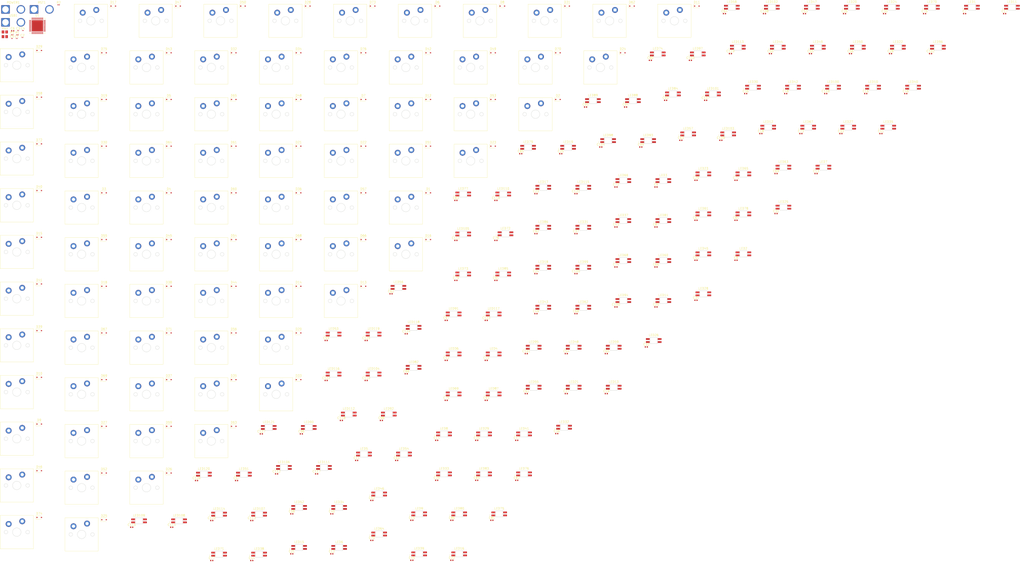
<source format=kicad_pcb>
(kicad_pcb (version 20211014) (generator pcbnew)
  (title_block (title "Skayboard") (date "2022-06-07") (rev "0") (company "Skaytacium Inc."))
  (layers (0 "F.Cu" signal) (31 "B.Cu" signal) (34 "B.Paste" user) (35 "F.Paste" user) (36 "B.SilkS" user "B.Silkscreen") (37 "F.SilkS" user "F.Silkscreen") (38 "B.Mask" user) (39 "F.Mask" user) (44 "Edge.Cuts" user))
  (net 0 "")
  (net 1 "GND")
  (net 2 "Net-(C1-Pad2)")
  (net 3 "Net-(C2-Pad2)")
  (net 4 "Net-(C3-Pad2)")
  (net 5 "Net-(C4-Pad2)")
  (net 6 "Net-(C5-Pad2)")
  (net 7 "Net-(C6-Pad2)")
  (net 8 "VCC")
  (net 9 "/ROW^{0}")
  (net 10 "Net-(D1-Pad2)")
  (net 11 "Net-(D2-Pad2)")
  (net 12 "Net-(D3-Pad2)")
  (net 13 "Net-(D4-Pad2)")
  (net 14 "Net-(D5-Pad2)")
  (net 15 "Net-(D6-Pad2)")
  (net 16 "Net-(D7-Pad2)")
  (net 17 "Net-(D8-Pad2)")
  (net 18 "Net-(D9-Pad2)")
  (net 19 "Net-(D10-Pad2)")
  (net 20 "Net-(D11-Pad2)")
  (net 21 "Net-(D12-Pad2)")
  (net 22 "Net-(D13-Pad2)")
  (net 23 "Net-(D14-Pad2)")
  (net 24 "Net-(D15-Pad2)")
  (net 25 "Net-(D16-Pad2)")
  (net 26 "Net-(D17-Pad2)")
  (net 27 "/ROW^{1}")
  (net 28 "Net-(D18-Pad2)")
  (net 29 "Net-(D19-Pad2)")
  (net 30 "Net-(D20-Pad2)")
  (net 31 "Net-(D21-Pad2)")
  (net 32 "Net-(D22-Pad2)")
  (net 33 "Net-(D23-Pad2)")
  (net 34 "Net-(D24-Pad2)")
  (net 35 "Net-(D25-Pad2)")
  (net 36 "Net-(D26-Pad2)")
  (net 37 "Net-(D27-Pad2)")
  (net 38 "Net-(D28-Pad2)")
  (net 39 "Net-(D29-Pad2)")
  (net 40 "Net-(D30-Pad2)")
  (net 41 "Net-(D31-Pad2)")
  (net 42 "Net-(D32-Pad2)")
  (net 43 "Net-(D33-Pad2)")
  (net 44 "Net-(D34-Pad2)")
  (net 45 "/ROW^{3}")
  (net 46 "Net-(D35-Pad2)")
  (net 47 "/ROW^{2}")
  (net 48 "Net-(D36-Pad2)")
  (net 49 "Net-(D37-Pad2)")
  (net 50 "Net-(D38-Pad2)")
  (net 51 "Net-(D39-Pad2)")
  (net 52 "Net-(D40-Pad2)")
  (net 53 "Net-(D41-Pad2)")
  (net 54 "Net-(D42-Pad2)")
  (net 55 "Net-(D43-Pad2)")
  (net 56 "Net-(D44-Pad2)")
  (net 57 "Net-(D45-Pad2)")
  (net 58 "Net-(D46-Pad2)")
  (net 59 "Net-(D47-Pad2)")
  (net 60 "Net-(D48-Pad2)")
  (net 61 "Net-(D49-Pad2)")
  (net 62 "Net-(D50-Pad2)")
  (net 63 "/ROW^{4}")
  (net 64 "Net-(D51-Pad2)")
  (net 65 "Net-(D52-Pad2)")
  (net 66 "Net-(D53-Pad2)")
  (net 67 "Net-(D54-Pad2)")
  (net 68 "Net-(D55-Pad2)")
  (net 69 "Net-(D56-Pad2)")
  (net 70 "Net-(D57-Pad2)")
  (net 71 "Net-(D58-Pad2)")
  (net 72 "Net-(D59-Pad2)")
  (net 73 "Net-(D60-Pad2)")
  (net 74 "Net-(D61-Pad2)")
  (net 75 "Net-(D62-Pad2)")
  (net 76 "Net-(D63-Pad2)")
  (net 77 "Net-(D64-Pad2)")
  (net 78 "Net-(D65-Pad2)")
  (net 79 "Net-(D66-Pad2)")
  (net 80 "Net-(D67-Pad2)")
  (net 81 "Net-(D68-Pad2)")
  (net 82 "Net-(D69-Pad2)")
  (net 83 "Net-(D70-Pad2)")
  (net 84 "Net-(D71-Pad2)")
  (net 85 "Net-(D72-Pad2)")
  (net 86 "Net-(D73-Pad2)")
  (net 87 "Net-(D74-Pad2)")
  (net 88 "Net-(D75-Pad2)")
  (net 89 "Net-(D76-Pad2)")
  (net 90 "/1/DIN")
  (net 91 "/Esc/DIN")
  (net 92 "/1/DOUT")
  (net 93 "/2/DOUT")
  (net 94 "/3/DOUT")
  (net 95 "/4/DOUT")
  (net 96 "/5/DOUT")
  (net 97 "/6/DOUT")
  (net 98 "/7/DOUT")
  (net 99 "/8/DOUT")
  (net 100 "/0/DIN")
  (net 101 "/-/DIN")
  (net 102 "/-/DOUT")
  (net 103 "/=/DOUT")
  (net 104 "/Bksp/DOUT")
  (net 105 "/Home/DIN")
  (net 106 "/Home/DOUT")
  (net 107 "/ULED2/DOUT")
  (net 108 "/ULED1/DOUT")
  (net 109 "/ULED")
  (net 110 "/ULED3/DOUT")
  (net 111 "/Q/DOUT")
  (net 112 "/Q/DIN")
  (net 113 "/E/DOUT")
  (net 114 "/E/DIN")
  (net 115 "/R/DIN")
  (net 116 "/T/DIN")
  (net 117 "/U/DOUT")
  (net 118 "/I/DOUT")
  (net 119 "/I/DIN")
  (net 120 "/O/DIN")
  (net 121 "/P/DIN")
  (net 122 "/[/DIN")
  (net 123 "/B Slash/DOUT")
  (net 124 "/B Slash/DIN")
  (net 125 "/Del/DIN")
  (net 126 "/End/DIN")
  (net 127 "/ULED4/DOUT")
  (net 128 "/PgDn/DIN")
  (net 129 "/ULED5/DOUT")
  (net 130 "/Caps/DIN")
  (net 131 "/L Shift/DIN")
  (net 132 "/A/DOUT")
  (net 133 "/A/DIN")
  (net 134 "/D/DIN")
  (net 135 "/D/DOUT")
  (net 136 "/F/DOUT")
  (net 137 "/G/DOUT")
  (net 138 "/H/DOUT")
  (net 139 "/J/DOUT")
  (net 140 "/K/DOUT")
  (net 141 "/;/DIN")
  (net 142 "/\"/DIN")
  (net 143 "/\"/DOUT")
  (net 144 "/ULED6/DIN")
  (net 145 "/ULED8/DIN")
  (net 146 "/Enter/DOUT")
  (net 147 "/ULED10/DIN")
  (net 148 "/SK1/DOUT")
  (net 149 "/SK2/DOUT")
  (net 150 "/ULED10/DOUT")
  (net 151 "/ULED14/DIN")
  (net 152 "/L Ctrl/DOUT")
  (net 153 "/LED")
  (net 154 "/X/DOUT")
  (net 155 "/C/DOUT")
  (net 156 "/C/DIN")
  (net 157 "/B/DOUT")
  (net 158 "/B/DIN")
  (net 159 "/M/DOUT")
  (net 160 "/,/DOUT")
  (net 161 "/,/DIN")
  (net 162 "/./DIN")
  (net 163 "/F Slash/DIN")
  (net 164 "/R Shift/DIN")
  (net 165 "/ULED11/DIN")
  (net 166 "/ULED13/DIN")
  (net 167 "/ULED11/DOUT")
  (net 168 "/ULED12/DIN")
  (net 169 "/SK4/DIN")
  (net 170 "/SK5/DOUT")
  (net 171 "/ULED12/DOUT")
  (net 172 "/Right/DOUT")
  (net 173 "/L Alt/DIN")
  (net 174 "/ULED26/DOUT")
  (net 175 "/ULED24/DOUT")
  (net 176 "/L Alt/DOUT")
  (net 177 "/ULED24/DIN")
  (net 178 "/ULED25/DOUT")
  (net 179 "/R Alt/DIN")
  (net 180 "/ULED25/DIN")
  (net 181 "/ULED27/DIN")
  (net 182 "/ULED23/DOUT")
  (net 183 "/ULED20/DOUT")
  (net 184 "/ULED16/DOUT")
  (net 185 "/ULED16/DIN")
  (net 186 "/R Alt/DOUT")
  (net 187 "/Meta/DIN")
  (net 188 "/Meta/DOUT")
  (net 189 "/ULED17/DOUT")
  (net 190 "/ULED17/DIN")
  (net 191 "/ULED21/DOUT")
  (net 192 "/Left/DIN")
  (net 193 "/Down/DIN")
  (net 194 "/Down/DOUT")
  (net 195 "/ULED19/DOUT")
  (net 196 "/ULED29/DOUT")
  (net 197 "/ULED39/DIN")
  (net 198 "/ULED41/DIN")
  (net 199 "/ULED39/DOUT")
  (net 200 "/ULED40/DIN")
  (net 201 "/ULED40/DOUT")
  (net 202 "/ULED38/DIN")
  (net 203 "/ULED42/DOUT")
  (net 204 "/ULED35/DIN")
  (net 205 "/ULED31/DIN")
  (net 206 "/ULED31/DOUT")
  (net 207 "/ULED32/DOUT")
  (net 208 "/ULED32/DIN")
  (net 209 "/ULED36/DIN")
  (net 210 "/ULED34/DIN")
  (net 211 "/ULED34/DOUT")
  (net 212 "/COL^{0}")
  (net 213 "/COL^{1}")
  (net 214 "/COL^{2}")
  (net 215 "/COL^{3}")
  (net 216 "/COL^{4}")
  (net 217 "/COL^{5}")
  (net 218 "/COL^{6}")
  (net 219 "/COL^{7}")
  (net 220 "/COL^{8}")
  (net 221 "/COL^{9}")
  (net 222 "/COL^{10}")
  (net 223 "/COL^{11}")
  (net 224 "/COL^{12}")
  (net 225 "/COL^{13}")
  (net 226 "/COL^{14}")
  (net 227 "/COL^{15}")
  (net 228 "/COL^{16}")
  (net 229 "Net-(R1-Pad2)")
  (net 230 "Net-(R2-Pad2)")
  (footprint "Skayboard:MX" (layer "F.Cu") (at 584.935 -5.745)
    (fp_text reference "MX8" hide)
    (fp_text value "MX" hide)
    (fp_circle (center 5.08 0) (end 5.9309 0) (layer "Edge.Cuts") (width 0.12) (fill none))
    (fp_circle (center 0 0) (end 1.9939 0) (layer "Edge.Cuts") (width 0.12) (fill none))
    (fp_circle (center -5.08 0) (end -4.2291 0) (layer "Edge.Cuts") (width 0.12) (fill none))
  )
  (footprint "Skayboard:SK6812MINI-E" (layer "F.Cu") (at 799.174831 6.625)
    (fp_text reference "LED96")
    (fp_text value "SK6812MINI-E")
    (fp_rect (start -1.75 -1.45) (end 1.75 1.45) (layer "Edge.Cuts") (width 0.12) (fill none))
  )
  (footprint "Capacitor_SMD:C_0402_1005Metric" (layer "F.Cu") (at 723.46 65.78)
    (fp_text reference "C69")
    (fp_text value "100nF")
  )
  (footprint "Skayboard:SK6812MINI-E" (layer "F.Cu") (at 549.424831 197.085)
    (fp_text reference "LED54")
    (fp_text value "SK6812MINI-E")
    (fp_rect (start -1.75 -1.45) (end 1.75 1.45) (layer "Edge.Cuts") (width 0.12) (fill none))
  )
  (footprint "Diode_SMD:D_SOD-323" (layer "F.Cu") (at 591.11 9.23)
    (fp_text reference "D49")
    (fp_text value "1N4148WS")
  )
  (footprint "Capacitor_SMD:C_0402_1005Metric" (layer "F.Cu") (at 784.12 28.34)
    (fp_text reference "C46")
    (fp_text value "100nF")
  )
  (footprint "Skayboard:MX" (layer "F.Cu") (at 459.305 190.995)
    (fp_text reference "MX63" hide)
    (fp_text value "MX" hide)
    (fp_circle (center 5.08 0) (end 5.9309 0) (layer "Edge.Cuts") (width 0.12) (fill none))
    (fp_circle (center 0 0) (end 1.9939 0) (layer "Edge.Cuts") (width 0.12) (fill none))
    (fp_circle (center -5.08 0) (end -4.2291 0) (layer "Edge.Cuts") (width 0.12) (fill none))
  )
  (footprint "Capacitor_SMD:C_01005_0402Metric" (layer "F.Cu") (at 366.05 2.54)
    (fp_text reference "C5")
    (fp_text value "100nF")
  )
  (footprint "Capacitor_SMD:C_0402_1005Metric" (layer "F.Cu") (at 478.21 228.22)
    (fp_text reference "C113")
    (fp_text value "100nF")
  )
  (footprint "Skayboard:MX" (layer "F.Cu") (at 519.965 103.555)
    (fp_text reference "MX66" hide)
    (fp_text value "MX" hide)
    (fp_circle (center 0 0) (end 1.9939 0) (layer "Edge.Cuts") (width 0.12) (fill none))
    (fp_circle (center 5.08 0) (end 5.9309 0) (layer "Edge.Cuts") (width 0.12) (fill none))
    (fp_circle (center -5.08 0) (end -4.2291 0) (layer "Edge.Cuts") (width 0.12) (fill none))
  )
  (footprint "Capacitor_SMD:C_0402_1005Metric" (layer "F.Cu") (at 569.2 134.5)
    (fp_text reference "C97")
    (fp_text value "100nF")
  )
  (footprint "Capacitor_SMD:C_0402_1005Metric" (layer "F.Cu") (at 758.29 9.62)
    (fp_text reference "C56")
    (fp_text value "100nF")
  )
  (footprint "Capacitor_SMD:C_0402_1005Metric" (layer "F.Cu") (at 571.81 228.1)
    (fp_text reference "C86")
    (fp_text value "100nF")
  )
  (footprint "Capacitor_SMD:C_0402_1005Metric" (layer "F.Cu") (at 755.49 -9.1)
    (fp_text reference "C26")
    (fp_text value "100nF")
  )
  (footprint "Skayboard:SK6812MINI-E" (layer "F.Cu") (at 689.464831 103.365)
    (fp_text reference "LED45")
    (fp_text value "SK6812MINI-E")
    (fp_rect (start -1.75 -1.45) (end 1.75 1.45) (layer "Edge.Cuts") (width 0.12) (fill none))
  )
  (footprint "Capacitor_SMD:C_0402_1005Metric" (layer "F.Cu") (at 553.09 228.1)
    (fp_text reference "C15")
    (fp_text value "100nF")
  )
  (footprint "Capacitor_SMD:C_0402_1005Metric" (layer "F.Cu") (at 550.48 140.78)
    (fp_text reference "C124")
    (fp_text value "100nF")
  )
  (footprint "Capacitor_SMD:C_0402_1005Metric" (layer "F.Cu") (at 774.21 -9.1)
    (fp_text reference "C30")
    (fp_text value "100nF")
  )
  (footprint "Capacitor_SMD:C_0402_1005Metric" (layer "F.Cu") (at 777.01 9.62)
    (fp_text reference "C28")
    (fp_text value "100nF")
  )
  (footprint "Capacitor_SMD:C_0402_1005Metric" (layer "F.Cu") (at 625.36 150.08)
    (fp_text reference "C54")
    (fp_text value "100nF")
  )
  (footprint "Diode_SMD:D_SOD-323" (layer "F.Cu") (at 621.44 9.23)
    (fp_text reference "D70")
    (fp_text value "1N4148WS")
  )
  (footprint "Skayboard:SK6812MINI-E" (layer "F.Cu") (at 738.514831 44.065)
    (fp_text reference "LED67")
    (fp_text value "SK6812MINI-E")
    (fp_rect (start -1.75 -1.45) (end 1.75 1.45) (layer "Edge.Cuts") (width 0.12) (fill none))
  )
  (footprint "Skayboard:MX" (layer "F.Cu") (at 615.265 -5.745)
    (fp_text reference "MX31" hide)
    (fp_text value "MX" hide)
    (fp_circle (center 5.08 0) (end 5.9309 0) (layer "Edge.Cuts") (width 0.12) (fill none))
    (fp_circle (center -5.08 0) (end -4.2291 0) (layer "Edge.Cuts") (width 0.12) (fill none))
    (fp_circle (center 0 0) (end 1.9939 0) (layer "Edge.Cuts") (width 0.12) (fill none))
  )
  (footprint "Capacitor_SMD:C_0402_1005Metric" (layer "F.Cu") (at 718.05 -9.1)
    (fp_text reference "C108")
    (fp_text value "100nF")
  )
  (footprint "Capacitor_SMD:C_0402_1005Metric" (layer "F.Cu") (at 534.37 237.52)
    (fp_text reference "C70")
    (fp_text value "100nF")
  )
  (footprint "Capacitor_SMD:C_0402_1005Metric" (layer "F.Cu") (at 697.63 50.2)
    (fp_text reference "C109")
    (fp_text value "100nF")
  )
  (footprint "Capacitor_SMD:C_0402_1005Metric" (layer "F.Cu") (at 746.68 28.34)
    (fp_text reference "C106")
    (fp_text value "100nF")
  )
  (footprint "Skayboard:SK6812MINI-E" (layer "F.Cu") (at 670.744831 125.225)
    (fp_text reference "LED14")
    (fp_text value "SK6812MINI-E")
    (fp_rect (start -1.75 -1.45) (end 1.75 1.45) (layer "Edge.Cuts") (width 0.12) (fill none))
  )
  (footprint "Skayboard:MX" (layer "F.Cu") (at 489.635 169.135)
    (fp_text reference "MX33" hide)
    (fp_text value "MX" hide)
    (fp_circle (center 0 0) (end 1.9939 0) (layer "Edge.Cuts") (width 0.12) (fill none))
    (fp_circle (center 5.08 0) (end 5.9309 0) (layer "Edge.Cuts") (width 0.12) (fill none))
    (fp_circle (center -5.08 0) (end -4.2291 0) (layer "Edge.Cuts") (width 0.12) (fill none))
  )
  (footprint "Skayboard:SK6812MINI-E" (layer "F.Cu") (at 546.814831 119.065)
    (fp_text reference "LED56")
    (fp_text value "SK6812MINI-E")
    (fp_rect (start -1.75 -1.45) (end 1.75 1.45) (layer "Edge.Cuts") (width 0.12) (fill none))
  )
  (footprint "Skayboard:SK6812MINI-E" (layer "F.Cu") (at 708.184831 103.365)
    (fp_text reference "LED2")
    (fp_text value "SK6812MINI-E")
    (fp_rect (start -1.75 -1.45) (end 1.75 1.45) (layer "Edge.Cuts") (width 0.12) (fill none))
  )
  (footprint "Capacitor_SMD:C_0402_1005Metric" (layer "F.Cu") (at 590.53 228.1)
    (fp_text reference "C81")
    (fp_text value "100nF")
  )
  (footprint "Skayboard:SK6812MINI-E" (layer "F.Cu") (at 675.244831 28.485)
    (fp_text reference "LED84")
    (fp_text value "SK6812MINI-E")
    (fp_rect (start -1.75 -1.45) (end 1.75 1.45) (layer "Edge.Cuts") (width 0.12) (fill none))
  )
  (footprint "Skayboard:MX" (layer "F.Cu") (at 550.295 81.695)
    (fp_text reference "MX1" hide)
    (fp_text value "MX" hide)
    (fp_circle (center 5.08 0) (end 5.9309 0) (layer "Edge.Cuts") (width 0.12) (fill none))
    (fp_circle (center 0 0) (end 1.9939 0) (layer "Edge.Cuts") (width 0.12) (fill none))
    (fp_circle (center -5.08 0) (end -4.2291 0) (layer "Edge.Cuts") (width 0.12) (fill none))
  )
  (footprint "Diode_SMD:D_SOD-323" (layer "F.Cu") (at 621.44 31.09)
    (fp_text reference "D2")
    (fp_text value "1N4148WS")
  )
  (footprint "Skayboard:MX" (layer "F.Cu") (at 428.975 37.975)
    (fp_text reference "MX5" hide)
    (fp_text value "MX" hide)
    (fp_circle (center 5.08 0) (end 5.9309 0) (layer "Edge.Cuts") (width 0.12) (fill none))
    (fp_circle (center 0 0) (end 1.9939 0) (layer "Edge.Cuts") (width 0.12) (fill none))
    (fp_circle (center -5.08 0) (end -4.2291 0) (layer "Edge.Cuts") (width 0.12) (fill none))
  )
  (footprint "Skayboard:SK6812MINI-E" (layer "F.Cu") (at 595.864831 75.345)
    (fp_text reference "LED110")
    (fp_text value "SK6812MINI-E")
    (fp_rect (start -1.75 -1.45) (end 1.75 1.45) (layer "Edge.Cuts") (width 0.12) (fill none))
  )
  (footprint "Skayboard:MX" (layer "F.Cu") (at 489.635 59.835)
    (fp_text reference "MX21" hide)
    (fp_text value "MX" hide)
    (fp_circle (center -5.08 0) (end -4.2291 0) (layer "Edge.Cuts") (width 0.12) (fill none))
    (fp_circle (center 5.08 0) (end 5.9309 0) (layer "Edge.Cuts") (width 0.12) (fill none))
    (fp_circle (center 0 0) (end 1.9939 0) (layer "Edge.Cuts") (width 0.12) (fill none))
  )
  (footprint "Skayboard:SK6812MINI-E" (layer "F.Cu") (at 493.264831 203.365)
    (fp_text reference "LED106")
    (fp_text value "SK6812MINI-E")
    (fp_rect (start -1.75 -1.45) (end 1.75 1.45) (layer "Edge.Cuts") (width 0.12) (fill none))
  )
  (footprint "Skayboard:MX" (layer "F.Cu") (at 463.615 -5.745)
    (fp_text reference "MX50" hide)
    (fp_text value "MX" hide)
    (fp_circle (center -5.08 0) (end -4.2291 0) (layer "Edge.Cuts") (width 0.12) (fill none))
    (fp_circle (center 0 0) (end 1.9939 0) (layer "Edge.Cuts") (width 0.12) (fill none))
    (fp_circle (center 5.08 0) (end 5.9309 0) (layer "Edge.Cuts") (width 0.12) (fill none))
  )
  (footprint "Skayboard:SK6812MINI-E" (layer "F.Cu") (at 553.924831 137.785)
    (fp_text reference "LED118")
    (fp_text value "SK6812MINI-E")
    (fp_rect (start -1.75 -1.45) (end 1.75 1.45) (layer "Edge.Cuts") (width 0.12) (fill none))
  )
  (footprint "Capacitor_SMD:C_0402_1005Metric" (layer "F.Cu") (at 660.19 53.34)
    (fp_text reference "C99")
    (fp_text value "100nF")
  )
  (footprint "Diode_SMD:D_SOD-323" (layer "F.Cu") (at 500.12 9.23)
    (fp_text reference "D34")
    (fp_text value "1N4148WS")
  )
  (footprint "Skayboard:MX" (layer "F.Cu") (at 489.635 125.415)
    (fp_text reference "MX14" hide)
    (fp_text value "MX" hide)
    (fp_circle (center 0 0) (end 1.9939 0) (layer "Edge.Cuts") (width 0.12) (fill none))
    (fp_circle (center 5.08 0) (end 5.9309 0) (layer "Edge.Cuts") (width 0.12) (fill none))
    (fp_circle (center -5.08 0) (end -4.2291 0) (layer "Edge.Cuts") (width 0.12) (fill none))
  )
  (footprint "Skayboard:SK6812MINI-E" (layer "F.Cu") (at 796.374831 -12.095)
    (fp_text reference "LED70")
    (fp_text value "SK6812MINI-E")
    (fp_rect (start -1.75 -1.45) (end 1.75 1.45) (layer "Edge.Cuts") (width 0.12) (fill none))
  )
  (footprint "Diode_SMD:D_SOD-323" (layer "F.Cu") (at 530.45 96.67)
    (fp_text reference "D66")
    (fp_text value "1N4148WS")
  )
  (footprint "Diode_SMD:D_SOD-323" (layer "F.Cu") (at 469.79 118.53)
    (fp_text reference "D44")
    (fp_text value "1N4148WS")
  )
  (footprint "Capacitor_SMD:C_0402_1005Metric" (layer "F.Cu") (at 690.52 31.48)
    (fp_text reference "C107")
    (fp_text value "100nF")
  )
  (footprint "Capacitor_SMD:C_0402_1005Metric" (layer "F.Cu") (at 513.04 162.64)
    (fp_text reference "C122")
    (fp_text value "100nF")
  )
  (footprint "Skayboard:MX" (layer "F.Cu") (at 368.315 15.045)
    (fp_text reference "MX29" hide)
    (fp_text value "MX" hide)
    (fp_circle (center 5.08 0) (end 5.9309 0) (layer "Edge.Cuts") (width 0.12) (fill none))
    (fp_circle (center 0 0) (end 1.9939 0) (layer "Edge.Cuts") (width 0.12) (fill none))
    (fp_circle (center -5.08 0) (end -4.2291 0) (layer "Edge.Cuts") (width 0.12) (fill none))
  )
  (footprint "Skayboard:SK6812MINI-E" (layer "F.Cu") (at 523.594831 178.365)
    (fp_text reference "LED112")
    (fp_text value "SK6812MINI-E")
    (fp_rect (start -1.75 -1.45) (end 1.75 1.45) (layer "Edge.Cuts") (width 0.12) (fill none))
  )
  (footprint "Capacitor_SMD:C_0402_1005Metric" (layer "F.Cu") (at 583.42 209.38)
    (fp_text reference "C89")
    (fp_text value "100nF")
  )
  (footprint "Skayboard:MX" (layer "F.Cu") (at 459.305 169.135)
    (fp_text reference "MX35" hide)
    (fp_text value "MX" hide)
    (fp_circle (center 5.08 0) (end 5.9309 0) (layer "Edge.Cuts") (width 0.12) (fill none))
    (fp_circle (center -5.08 0) (end -4.2291 0) (layer "Edge.Cuts") (width 0.12) (fill none))
    (fp_circle (center 0 0) (end 1.9939 0) (layer "Edge.Cuts") (width 0.12) (fill none))
  )
  (footprint "Diode_SMD:D_SOD-323" (layer "F.Cu") (at 439.46 31.09)
    (fp_text reference "D5")
    (fp_text value "1N4148WS")
  )
  (footprint "Skayboard:SK6812MINI-E" (layer "F.Cu") (at 462.934831 243.945)
    (fp_text reference "LED71")
    (fp_text value "SK6812MINI-E")
    (fp_rect (start -1.75 -1.45) (end 1.75 1.45) (layer "Edge.Cuts") (width 0.12) (fill none))
  )
  (footprint "Skayboard:MX" (layer "F.Cu") (at 554.605 -5.745)
    (fp_text reference "MX6" hide)
    (fp_text value "MX" hide)
    (fp_circle (center 5.08 0) (end 5.9309 0) (layer "Edge.Cuts") (width 0.12) (fill none))
    (fp_circle (center -5.08 0) (end -4.2291 0) (layer "Edge.Cuts") (width 0.12) (fill none))
    (fp_circle (center 0 0) (end 1.9939 0) (layer "Edge.Cuts") (width 0.12) (fill none))
  )
  (footprint "Resistor_SMD:R_0201_0603Metric" (layer "F.Cu") (at 368.6 0.84)
    (fp_text reference "R1")
    (fp_text value "22")
  )
  (footprint "Capacitor_SMD:C_0402_1005Metric" (layer "F.Cu") (at 644.08 168.8)
    (fp_text reference "C19")
    (fp_text value "100nF")
  )
  (footprint "Skayboard:SK6812MINI-E" (layer "F.Cu") (at 705.574831 6.625)
    (fp_text reference "LED113")
    (fp_text value "SK6812MINI-E")
    (fp_rect (start -1.75 -1.45) (end 1.75 1.45) (layer "Edge.Cuts") (width 0.12) (fill none))
  )
  (footprint "Capacitor_SMD:C_0402_1005Metric" (layer "F.Cu") (at 534.37 218.8)
    (fp_text reference "C52")
    (fp_text value "100nF")
  )
  (footprint "Capacitor_SMD:C_0402_1005Metric" (layer "F.Cu") (at 587.92 171.94)
    (fp_text reference "C93")
    (fp_text value "100nF")
  )
  (footprint "Skayboard:MX" (layer "F.Cu") (at 398.645 37.975)
    (fp_text reference "MX19" hide)
    (fp_text value "MX" hide)
    (fp_circle (center -5.08 0) (end -4.2291 0) (layer "Edge.Cuts") (width 0.12) (fill none))
    (fp_circle (center 5.08 0) (end 5.9309 0) (layer "Edge.Cuts") (width 0.12) (fill none))
    (fp_circle (center 0 0) (end 1.9939 0) (layer "Edge.Cuts") (width 0.12) (fill none))
  )
  (footprint "Resistor_SMD:R_0201_0603Metric" (layer "F.Cu") (at 387.88 -13.23)
    (fp_text reference "R2")
    (fp_text value "22")
  )
  (footprint "Skayboard:SK6812MINI-E" (layer "F.Cu") (at 652.024831 125.225)
    (fp_text reference "LED94")
    (fp_text value "SK6812MINI-E")
    (fp_rect (start -1.75 -1.45) (end 1.75 1.45) (layer "Edge.Cuts") (width 0.12) (fill none))
  )
  (footprint "Capacitor_SMD:C_0402_1005Metric" (layer "F.Cu") (at 531.76 143.92)
    (fp_text reference "C125")
    (fp_text value "100nF")
  )
  (footprint "Capacitor_SMD:C_0402_1005Metric" (layer "F.Cu") (at 496.93 243.8)
    (fp_text reference "C21")
    (fp_text value "100nF")
  )
  (footprint "Skayboard:SK6812MINI-E" (layer "F.Cu") (at 644.914831 50.345)
    (fp_text reference "LED98")
    (fp_text value "SK6812MINI-E")
    (fp_rect (start -1.75 -1.45) (end 1.75 1.45) (layer "Edge.Cuts") (width 0.12) (fill none))
  )
  (footprint "Capacitor_SMD:C_0402_1005Metric" (layer "F.Cu") (at 772.51 47.06)
    (fp_text reference "C41")
    (fp_text value "100nF")
  )
  (footprint "Capacitor_SMD:C_0402_1005Metric" (layer "F.Cu") (at 683.41 12.76)
    (fp_text reference "C103")
    (fp_text value "100nF")
  )
  (footprint "Diode_SMD:D_SOD-323" (layer "F.Cu") (at 469.79 9.23)
    (fp_text reference "D32")
    (fp_text value "1N4148WS")
  )
  (footprint "Skayboard:SK6812MINI-E" (layer "F.Cu") (at 577.144831 75.345)
    (fp_text reference "LED77")
    (fp_text value "SK6812MINI-E")
    (fp_rect (start -1.75 -1.45) (end 1.75 1.45) (layer "Edge.Cuts") (width 0.12) (fill none))
  )
  (footprint "Skayboard:SK6812MINI-E" (layer "F.Cu") (at 516.484831 159.645)
    (fp_text reference "LED116")
    (fp_text value "SK6812MINI-E")
    (fp_rect (start -1.75 -1.45) (end 1.75 1.45) (layer "Edge.Cuts") (width 0.12) (fill none))
  )
  (footprint "Diode_SMD:D_SOD-323" (layer "F.Cu") (at 439.46 140.39)
    (fp_text reference "D71")
    (fp_text value "1N4148WS")
  )
  (footprint "Diode_SMD:D_SOD-323" (layer "F.Cu") (at 378.8 161.18)
    (fp_text reference "D10")
    (fp_text value "1N4148WS")
  )
  (footprint "Capacitor_SMD:C_0402_1005Metric" (layer "F.Cu") (at 648.58 90.78)
    (fp_text reference "C43")
    (fp_text value "100nF")
  )
  (footprint "Capacitor_SMD:C_0402_1005Metric" (layer "F.Cu") (at 648.58 109.5)
    (fp_text reference "C74")
    (fp_text value "100nF")
  )
  (footprint "Capacitor_SMD:C_0402_1005Metric" (layer "F.Cu") (at 704.74 106.36)
    (fp_text reference "C8")
    (fp_text value "100nF")
  )
  (footprint "Capacitor_SMD:C_0402_1005Metric" (layer "F.Cu") (at 620.86 187.52)
    (fp_text reference "C38")
    (fp_text value "100nF")
  )
  (footprint "Skayboard:MX" (layer "F.Cu") (at 398.645 190.995)
    (fp_text reference "MX27" hide)
    (fp_text value "MX" hide)
    (fp_circle (center 5.08 0) (end 5.9309 0) (layer "Edge.Cuts") (width 0.12) (fill none))
    (fp_circle (center 0 0) (end 1.9939 0) (layer "Edge.Cuts") (width 0.12) (fill none))
    (fp_circle (center -5.08 0) (end -4.2291 0) (layer "Edge.Cuts") (width 0.12) (fill none))
  )
  (footprint "Capacitor_SMD:C_0402_1005Metric" (layer "F.Cu") (at 629.86 93.92)
    (fp_text reference "C37")
    (fp_text value "100nF")
  )
  (footprint "Skayboard:SK6812MINI-E" (layer "F.Cu") (at 481.654831 243.945)
    (fp_text reference "LED38")
    (fp_text value "SK6812MINI-E")
    (fp_rect (start -1.75 -1.45) (end 1.75 1.45) (layer "Edge.Cuts") (width 0.12) (fill none))
  )
  (footprint "Diode_SMD:D_SOD-323" (layer "F.Cu") (at 656.08 -12.63)
    (fp_text reference "D62")
    (fp_text value "1N4148WS")
  )
  (footprint "Skayboard:SK6812MINI-E" (layer "F.Cu") (at 668.134831 9.765)
    (fp_text reference "LED74")
    (fp_text value "SK6812MINI-E")
    (fp_rect (start -1.75 -1.45) (end 1.75 1.45) (layer "Edge.Cuts") (width 0.12) (fill none))
  )
  (footprint "Capacitor_SMD:C_0402_1005Metric" (layer "F.Cu") (at 720.85 9.62)
    (fp_text reference "C50")
    (fp_text value "100nF")
  )
  (footprint "Skayboard:SK6812MINI-E" (layer "F.Cu") (at 624.304831 184.525)
    (fp_text reference "LED32")
    (fp_text value "SK6812MINI-E")
    (fp_rect (start -1.75 -1.45) (end 1.75 1.45) (layer "Edge.Cuts") (width 0.12) (fill none))
  )
  (footprint "Skayboard:SK6812MINI-E" (layer "F.Cu") (at 626.194831 53.485)
    (fp_text reference "LED19")
    (fp_text value "SK6812MINI-E")
    (fp_rect (start -1.75 -1.45) (end 1.75 1.45) (layer "Edge.Cuts") (width 0.12) (fill none))
  )
  (footprint "Capacitor_SMD:C_0402_1005Metric" (layer "F.Cu") (at 667.3 128.22)
    (fp_text reference "C20")
    (fp_text value "100nF")
  )
  (footprint "Skayboard:MX" (layer "F.Cu") (at 580.625 37.975)
    (fp_text reference "MX53" hide)
    (fp_text value "MX" hide)
    (fp_circle (center 5.08 0) (end 5.9309 0) (layer "Edge.Cuts") (width 0.12) (fill none))
    (fp_circle (center 0 0) (end 1.9939 0) (layer "Edge.Cuts") (width 0.12) (fill none))
    (fp_circle (center -5.08 0) (end -4.2291 0) (layer "Edge.Cuts") (width 0.12) (fill none))
  )
  (footprint "Skayboard:SK6812MINI-E" (layer "F.Cu") (at 726.904831 62.785)
    (fp_text reference "LED63")
    (fp_text value "SK6812MINI-E")
    (fp_rect (start -1.75 -1.45) (end 1.75 1.45) (layer "Edge.Cuts") (width 0.12) (fill none))
  )
  (footprint "Capacitor_SMD:C_0402_1005Metric" (layer "F.Cu") (at 662.8 146.94)
    (fp_text reference "C32")
    (fp_text value "100nF")
  )
  (footprint "Skayboard:MX" (layer "F.Cu") (at 580.625 16.115)
    (fp_text reference "MX49" hide)
    (fp_text value "MX" hide)
    (fp_circle (center -5.08 0) (end -4.2291 0) (layer "Edge.Cuts") (width 0.12) (fill none))
    (fp_circle (center 5.08 0) (end 5.9309 0) (layer "Edge.Cuts") (width 0.12) (fill none))
    (fp_circle (center 0 0) (end 1.9939 0) (layer "Edge.Cuts") (width 0.12) (fill none))
  )
  (footprint "Skayboard:SK6812MINI-E" (layer "F.Cu") (at 656.524831 31.625)
    (fp_text reference "LED88")
    (fp_text value "SK6812MINI-E")
    (fp_rect (start -1.75 -1.45) (end 1.75 1.45) (layer "Edge.Cuts") (width 0.12) (fill none))
  )
  (footprint "Capacitor_SMD:C_0402_1005Metric" (layer "F.Cu") (at 515.65 243.8)
    (fp_text reference "C12")
    (fp_text value "100nF")
  )
  (footprint "Skayboard:SK6812MINI-E" (layer "F.Cu") (at 689.464831 122.085)
    (fp_text reference "LED28")
    (fp_text value "SK6812MINI-E")
    (fp_rect (start -1.75 -1.45) (end 1.75 1.45) (layer "Edge.Cuts") (width 0.12) (fill none))
  )
  (footprint "Skayboard:SK6812MINI-E" (layer "F.Cu") (at 726.904831 81.505)
    (fp_text reference "LED25")
    (fp_text value "SK6812MINI-E")
    (fp_rect (start -1.75 -1.45) (end 1.75 1.45) (layer "Edge.Cuts") (width 0.12) (fill none))
  )
  (footprint "Skayboard:SK6812MINI-E" (layer "F.Cu") (at 591.364831 168.945)
    (fp_text reference "LED87")
    (fp_text value "SK6812MINI-E")
    (fp_rect (start -1.75 -1.45) (end 1.75 1.45) (layer "Edge.Cuts") (width 0.12) (fill none))
  )
  (footprint "Skayboard:MX" (layer "F.Cu") (at 489.635 147.275)
    (fp_text reference "MX20" hide)
    (fp_text value "MX" hide)
    (fp_circle (center 5.08 0) (end 5.9309 0) (layer "Edge.Cuts") (width 0.12) (fill none))
    (fp_circle (center -5.08 0) (end -4.2291 0) (layer "Edge.Cuts") (width 0.12) (fill none))
    (fp_circle (center 0 0) (end 1.9939 0) (layer "Edge.Cuts") (width 0.12) (fill none))
  )
  (footprint "Capacitor_SMD:C_0402_1005Metric" (layer "F.Cu") (at 735.07 47.06)
    (fp_text reference "C73")
    (fp_text value "100nF")
  )
  (footprint "Skayboard:MX" (layer "F.Cu") (at 550.295 16.115)
    (fp_text reference "MX42" hide)
    (fp_text value "MX" hide)
    (fp_circle (center 5.08 0) (end 5.9309 0) (layer "Edge.Cuts") (width 0.12) (fill none))
    (fp_circle (center 0 0) (end 1.9939 0) (layer "Edge.Cuts") (width 0.12) (fill none))
    (fp_circle (center -5.08 0) (end -4.2291 0) (layer "Edge.Cuts") (width 0.12) (fill none))
  )
  (footprint "Skayboard:SK6812MINI-E" (layer "F.Cu") (at 745.624831 62.785)
    (fp_text reference "LED7")
    (fp_text value "SK6812MINI-E")
    (fp_rect (start -1.75 -1.45) (end 1.75 1.45) (layer "Edge.Cuts") (width 0.12) (fill none))
  )
  (footprint "Capacitor_SMD:C_0402_1005Metric" (layer "F.Cu") (at 571.81 246.82)
    (fp_text reference "C22")
    (fp_text value "100nF")
  )
  (footprint "Skayboard:SK6812MINI-E" (layer "F.Cu") (at 577.144831 112.785)
    (fp_text reference "LED73")
    (fp_text value "SK6812MINI-E")
    (fp_rect (start -1.75 -1.45) (end 1.75 1.45) (layer "Edge.Cuts") (width 0.12) (fill none))
  )
  (footprint "Skayboard:SK6812MINI-E" (layer "F.Cu") (at 614.584831 90.925)
    (fp_text reference "LED86")
    (fp_text value "SK6812MINI-E")
    (fp_rect (start -1.75 -1.45) (end 1.75 1.45) (layer "Edge.Cuts") (width 0.12) (fill none))
  )
  (footprint "Diode_SMD:D_SOD-323" (layer "F.Cu") (at 560.78 52.95)
    (fp_text reference "D51")
    (fp_text value "1N4148WS")
  )
  (footprint "Capacitor_SMD:C_0402_1005Metric" (layer "F.Cu") (at 482.71 187.64)
    (fp_text reference "C127")
    (fp_text value "100nF")
  )
  (footprint "Diode_SMD:D_SOD-323" (layer "F.Cu") (at 378.8 95.6)
    (fp_text reference "D15")
    (fp_text value "1N4148WS")
  )
  (footprint "Skayboard:SK6812MINI-E" (layer "F.Cu") (at 652.024831 69.065)
    (fp_text reference "LED66")
    (fp_text value "SK6812MINI-E")
    (fp_rect (start -1.75 -1.45) (end 1.75 1.45) (layer "Edge.Cuts") (width 0.12) (fill none))
  )
  (footprint "Diode_SMD:D_SOD-323" (layer "F.Cu") (at 500.12 118.53)
    (fp_text reference "D14")
    (fp_text value "1N4148WS")
  )
  (footprint "Diode_SMD:D_SOD-323" (layer "F.Cu") (at 591.11 52.95)
    (fp_text reference "D23")
    (fp_text value "1N4148WS")
  )
  (footprint "Skayboard:SK6812MINI-E" (layer "F.Cu") (at 637.804831 31.625)
    (fp_text reference "LED89")
    (fp_text value "SK6812MINI-E")
    (fp_rect (start -1.75 -1.45) (end 1.75 1.45) (layer "Edge.Cuts") (width 0.12) (fill none))
  )
  (footprint "Skayboard:SK6812MINI-E" (layer "F.Cu") (at 595.864831 112.785)
    (fp_text reference "LED85")
    (fp_text value "SK6812MINI-E")
    (fp_rect (start -1.75 -1.45) (end 1.75 1.45) (layer "Edge.Cuts") (width 0.12) (fill none))
  )
  (footprint "Capacitor_SMD:C_0402_1005Metric" (layer "F.Cu") (at 625.36 168.8)
    (fp_text reference "C27")
    (fp_text value "100nF")
  )
  (footprint "Skayboard:MX" (layer "F.Cu") (at 524.275 -5.745)
    (fp_text reference "MX73" hide)
    (fp_text value "MX" hide)
    (fp_circle (center 0 0) (end 1.9939 0) (layer "Edge.Cuts") (width 0.12) (fill none))
    (fp_circle (center -5.08 0) (end -4.2291 0) (layer "Edge.Cuts") (width 0.12) (fill none))
    (fp_circle (center 5.08 0) (end 5.9309 0) (layer "Edge.Cuts") (width 0.12) (fill none))
  )
  (footprint "Capacitor_SMD:C_0402_1005Metric" (layer "F.Cu") (at 592.42 78.34)
    (fp_text reference "C116")
    (fp_text value "100nF")
  )
  (footprint "Skayboard:MX" (layer "F.Cu") (at 368.315 80.625)
    (fp_text reference "MX40" hide)
    (fp_text value "MX" hide)
    (fp_circle (center 0 0) (end 1.9939 0) (layer "Edge.Cuts") (width 0.12) (fill none))
    (fp_circle (center 5.08 0) (end 5.9309 0) (layer "Edge.Cuts") (width 0.12) (fill none))
    (fp_circle (center -5.08 0) (end -4.2291 0) (layer "Edge.Cuts") (width 0.12) (fill none))
  )
  (footprint "Capacitor_SMD:C_0402_1005Metric" (layer "F.Cu") (at 592.42 115.78)
    (fp_text reference "C91")
    (fp_text value "100nF")
  )
  (footprint "Diode_SMD:D_SOD-323" (layer "F.Cu") (at 534.76 -12.63)
    (fp_text reference "D73")
    (fp_text value "1N4148WS")
  )
  (footprint "Diode_SMD:D_SOD-323" (layer "F.Cu") (at 560.78 31.09)
    (fp_text reference "D12")
    (fp_text value "1N4148WS")
  )
  (footprint "Capacitor_SMD:C_0402_1005Metric" (layer "F.Cu") (at 573.7 115.78)
    (fp_text reference "C79")
    (fp_text value "100nF")
  )
  (footprint "Skayboard:SK6812MINI-E" (layer "F.Cu") (at 519.094831 240.805)
    (fp_text reference "LED6")
    (fp_text value "SK6812MINI-E")
    (fp_rect (start -1.75 -1.45) (end 1.75 1.45) (layer "Edge.Cuts") (width 0.12) (fill none))
  )
  (footprint "Diode_SMD:D_SOD-323" (layer "F.Cu") (at 500.12 140.39)
    (fp_text reference "D20")
    (fp_text value "1N4148WS")
  )
  (footprint "Capacitor_SMD:C_01005_0402Metric" (layer "F.Cu") (at 371.17 -1.18)
    (fp_text reference "C4")
    (fp_text value "22pF")
  )
  (footprint "Capacitor_SMD:C_0402_1005Metric" (layer "F.Cu") (at 478.21 246.94)
    (fp_text reference "C44")
    (fp_text value "100nF")
  )
  (footprint "Capacitor_SMD:C_01005_0402Metric" (layer "F.Cu") (at 370.95 2.06)
    (fp_text reference "C2")
    (fp_text value "22pF")
  )
  (footprint "Diode_SMD:D_SOD-323" (layer "F.Cu") (at 474.1 -12.63)
    (fp_text reference "D50")
    (fp_text value "1N4148WS")
  )
  (footprint "Capacitor_SMD:C_0402_1005Metric" (layer "F.Cu") (at 736.77 -9.1)
    (fp_text reference "C53")
    (fp_text value "100nF")
  )
  (footprint "Skayboard:MX" (layer "F.Cu") (at 519.965 37.975)
    (fp_text reference "MX7" hide)
    (fp_text value "MX" hide)
    (fp_circle (center 5.08 0) (end 5.9309 0) (layer "Edge.Cuts") (width 0.12) (fill none))
    (fp_circle (center -5.08 0) (end -4.2291 0) (layer "Edge.Cuts") (width 0.12) (fill none))
    (fp_circle (center 0 0) (end 1.9939 0) (layer "Edge.Cuts") (width 0.12) (fill none))
  )
  (footprint "Capacitor_SMD:C_0402_1005Metric" (layer "F.Cu") (at 564.7 190.66)
    (fp_text reference "C14")
    (fp_text value "100nF")
  )
  (footprint "Diode_SMD:D_SOD-323" (layer "F.Cu") (at 625.75 -12.63)
    (fp_text reference "D31")
    (fp_text value "1N4148WS")
  )
  (footprint "Skayboard:MX" (layer "F.Cu") (at 433.285 -5.745)
    (fp_text reference "MX47" hide)
    (fp_text value "MX" hide)
    (fp_circle (center 0 0) (end 1.9939 0) (layer "Edge.Cuts") (width 0.12) (fill none))
    (fp_circle (center 5.08 0) (end 5.9309 0) (layer "Edge.Cuts") (width 0.12) (fill none))
    (fp_circle (center -5.08 0) (end -4.2291 0) (layer "Edge.Cuts") (width 0.12) (fill none))
  )
  (footprint "Skayboard:SK6812MINI-E" (layer "F.Cu") (at 535.204831 140.925)
    (fp_text reference "LED119")
    (fp_text value "SK6812MINI-E")
    (fp_rect (start -1.75 -1.45) (end 1.75 1.45) (layer "Edge.Cuts") (width 0.12) (fill none))
  )
  (footprint "Skayboard:MX" (layer "F.Cu") (at 519.965 81.695)
    (fp_text reference "MX57" hide)
    (fp_text value "MX" hide)
    (fp_circle (center 5.08 0) (end 5.9309 0) (layer "Edge.Cuts") (width 0.12) (fill none))
    (fp_circle (center -5.08 0) (end -4.2291 0) (layer "Edge.Cuts") (width 0.12) (fill none))
    (fp_circle (center 0 0) (end 1.9939 0) (layer "Edge.Cuts") (width 0.12) (fill none))
  )
  (footprint "Skayboard:MX" (layer "F.Cu") (at 459.305 103.555)
    (fp_text reference "MX54" hide)
    (fp_text value "MX" hide)
    (fp_circle (center 5.08 0) (end 5.9309 0) (layer "Edge.Cuts") (width 0.12) (fill none))
    (fp_circle (center 0 0) (end 1.9939 0) (layer "Edge.Cuts") (width 0.12) (fill none))
    (fp_circle (center -5.08 0) (end -4.2291 0) (layer "Edge.Cuts") (width 0.12) (fill none))
  )
  (footprint "Skayboard:SK6812MINI-E" (layer "F.Cu") (at 605.584831 206.385)
    (fp_text reference "LED76")
    (fp_text value "SK6812MINI-E")
    (fp_rect (start -1.75 -1.45) (end 1.75 1.45) (layer "Edge.Cuts") (width 0.12) (fill none))
  )
  (footprint "Skayboard:MX" (layer "F.Cu") (at 489.635 16.115)
    (fp_text reference "MX34" hide)
    (fp_text value "MX" hide)
    (fp_circle (center 0 0) (end 1.9939 0) (layer "Edge.Cuts") (width 0.12) (fill none))
    (fp_circle (center 5.08 0) (end 5.9309 0) (layer "Edge.Cuts") (width 0.12) (fill none))
    (fp_circle (center -5.08 0) (end -4.2291 0) (layer "Edge.Cuts") (width 0.12) (fill none))
  )
  (footprint "Capacitor_SMD:C_0402_1005Metric" (layer "F.Cu") (at 515.65 225.08)
    (fp_text reference "C40")
    (fp_text value "100nF")
  )
  (footprint "Skayboard:MX" (layer "F.Cu") (at 398.645 59.835)
    (fp_text reference "MX30" hide)
    (fp_text value "MX" hide)
    (fp_circle (center 5.08 0) (end 5.9309 0) (layer "Edge.Cuts") (width 0.12) (fill none))
    (fp_circle (center -5.08 0) (end -4.2291 0) (layer "Edge.Cuts") (width 0.12) (fill none))
    (fp_circle (center 0 0) (end 1.9939 0) (layer "Edge.Cuts") (width 0.12) (fill none))
  )
  (footprint "Skayboard:SK6812MINI-E" (layer "F.Cu") (at 607.474831 53.485)
    (fp_text reference "LED79")
    (fp_text value "SK6812MINI-E")
    (fp_rect (start -1.75 -1.45) (end 1.75 1.45) (layer "Edge.Cuts") (width 0.12) (fill none))
  )
  (footprint "Diode_SMD:D_SOD-323" (layer "F.Cu") (at 530.45 118.53)
    (fp_text reference "D13")
    (fp_text value "1N4148WS")
  )
  (footprint "Skayboard:SK6812MINI-E" (layer "F.Cu") (at 708.184831 65.925)
    (fp_text reference "LED65")
    (fp_text value "SK6812MINI-E")
    (fp_rect (start -1.75 -1.45) (end 1.75 1.45) (layer "Edge.Cuts") (width 0.12) (fill none))
  )
  (footprint "Skayboard:SK6812MINI-E" (layer "F.Cu") (at 743.014831 6.625)
    (fp_text reference "LED49")
    (fp_text value "SK6812MINI-E")
    (fp_rect (start -1.75 -1.45) (end 1.75 1.45) (layer "Edge.Cuts") (width 0.12) (fill none))
  )
  (footprint "Skayboard:SK6812MINI-E" (layer "F.Cu") (at 530.704831 197.085)
    (fp_text reference "LED5")
    (fp_text value "SK6812MINI-E")
    (fp_rect (start -1.75 -1.45) (end 1.75 1.45) (layer "Edge.Cuts") (width 0.12) (fill none))
  )
  (footprint "Capacitor_SMD:C_0402_1005Metric" (layer "F.Cu") (at 501.43 187.64)
    (fp_text reference "C96")
    (fp_text value "100nF")
  )
  (footprint "Capacitor_SMD:C_0402_1005Metric" (layer "F.Cu") (at 742.18 65.78)
    (fp_text reference "C13")
    (fp_text value "100nF")
  )
  (footprint "Skayboard:MX" (layer "F.Cu") (at 368.315 102.485)
    (fp_text reference "MX15" hide)
    (fp_text value "MX" hide)
    (fp_circle (center 5.08 0) (end 5.9309 0) (layer "Edge.Cuts") (width 0.12) (fill none))
    (fp_circle (center 0 0) (end 1.9939 0) (layer "Edge.Cuts") (width 0.12) (fill none))
    (fp_circle (center -5.08 0) (end -4.2291 0) (layer "Edge.Cuts") (width 0.12) (fill none))
  )
  (footprint "Capacitor_SMD:C_0402_1005Metric" (layer "F.Cu") (at 753.79 47.06)
    (fp_text reference "C33")
    (fp_text value "100nF")
  )
  (footprint "Capacitor_SMD:C_0402_1005Metric" (layer "F.Cu") (at 667.3 109.5)
    (fp_text reference "C66")
    (fp_text value "100nF")
  )
  (footprint "Skayboard:SK6812MINI-E" (layer "F.Cu") (at 593.974831 225.105)
    (fp_text reference "LED75")
    (fp_text value "SK6812MINI-E")
    (fp_rect (start -1.75 -1.45) (end 1.75 1.45) (layer "Edge.Cuts") (width 0.12) (fill none))
  )
  (footprint "Capacitor_SMD:C_0402_1005Metric" (layer "F.Cu") (at 422.05 231.36)
    (fp_text reference "C115")
    (fp_text value "100nF")
  )
  (footprint "Skayboard:SK6812MINI-E" (layer "F.Cu") (at 614.584831 128.365)
    (fp_text reference "LED43")
    (fp_text value "SK6812MINI-E")
    (fp_rect (start -1.75 -1.45) (end 1.75 1.45) (layer "Edge.Cuts") (width 0.12) (fill none))
  )
  (footprint "Skayboard:SK6812MINI-E" (layer "F.Cu") (at 702.774831 -12.095)
    (fp_text reference "LED58")
    (fp_text value "SK6812MINI-E")
    (fp_rect (start -1.75 -1.45) (end 1.75 1.45) (layer "Edge.Cuts") (width 0.12) (fill none))
  )
  (footprint "Capacitor_SMD:C_0402_1005Metric" (layer "F.Cu") (at 704.74 87.64)
    (fp_text reference "C84")
    (fp_text value "100nF")
  )
  (footprint "Skayboard:SK6812MINI-E" (layer "F.Cu") (at 663.634831 50.345)
    (fp_text reference "LED93")
    (fp_text value "SK6812MINI-E")
    (fp_rect (start -1.75 -1.45) (end 1.75 1.45) (layer "Edge.Cuts") (width 0.12) (fill none))
  )
  (footprint "Capacitor_SMD:C_0402_1005Metric" (layer "F.Cu") (at 569.2 153.22)
    (fp_text reference "C42")
    (fp_text value "100nF")
  )
  (footprint "Capacitor_SMD:C_0402_1005Metric" (layer "F.Cu") (at 634.36 34.62)
    (fp_text reference "C95")
    (fp_text value "100nF")
  )
  (footprint "Skayboard:SK6812MINI-E" (layer "F.Cu") (at 666.244831 143.945)
    (fp_text reference "LED26")
    (fp_text value "SK6812MINI-E")
    (fp_rect (start -1.75 -1.45) (end 1.75 1.45) (layer "Edge.Cuts") (width 0.12) (fill none))
  )
  (footprint "Skayboard:SK6812MINI-E" (layer "F.Cu") (at 768.844831 25.345)
    (fp_text reference "LED10")
    (fp_text value "SK6812MINI-E")
    (fp_rect (start -1.75 -1.45) (end 1.75 1.45) (layer "Edge.Cuts") (width 0.12) (fill none))
  )
  (footprint "Capacitor_SMD:C_0402_1005Metric" (layer "F.Cu") (at 648.58 72.06)
    (fp_text reference "C72")
    (fp_text value "100nF")
  )
  (footprint "Skayboard:SK6812MINI-E" (layer "F.Cu") (at 670.744831 69.065)
    (fp_text reference "LED3")
    (fp_text value "SK6812MINI-E")
    (fp_rect (start -1.75 -1.45) (end 1.75 1.45) (layer "Edge.Cuts") (width 0.12) (fill none))
  )
  (footprint "Capacitor_SMD:C_0402_1005Metric" (layer "F.Cu") (at 531.76 162.64)
    (fp_text reference "C110")
    (fp_text value "100nF")
  )
  (footprint "Skayboard:SK6812MINI-E" (layer "F.Cu") (at 682.354831 47.205)
    (fp_text reference "LED57")
    (fp_text value "SK6812MINI-E")
    (fp_rect (start -1.75 -1.45) (end 1.75 1.45) (layer "Edge.Cuts") (width 0.12) (fill none))
  )
  (footprint "Skayboard:MX" (layer "F.Cu") (at 398.645 16.115)
    (fp_text reference "MX75" hide)
    (fp_text value "MX" hide)
    (fp_circle (center 0 0) (end 1.9939 0) (layer "Edge.Cuts") (width 0.12) (fill none))
    (fp_circle (center -5.08 0) (end -4.2291 0) (layer "Edge.Cuts") (width 0.12) (fill none))
    (fp_circle (center 5.08 0) (end 5.9309 0) (layer "Edge.Cuts") (width 0.12) (fill none))
  )
  (footprint "Diode_SMD:D_SOD-323" (layer "F.Cu") (at 378.8 139.32)
    (fp_text reference "D39")
    (fp_text value "1N4148WS")
  )
  (footprint "Diode_SMD:D_SOD-323" (layer "F.Cu") (at 409.13 9.23)
    (fp_text reference "D75")
    (fp_text value "1N4148WS")
  )
  (footprint "Diode_SMD:D_SOD-323" (layer "F.Cu") (at 439.46 184.11)
    (fp_text reference "D59")
    (fp_text value "1N4148WS")
  )
  (footprint "Capacitor_SMD:C_0402_1005Metric" (layer "F.Cu") (at 664.69 12.76)
    (fp_text reference "C80")
    (fp_text value "100nF")
  )
  (footprint "Skayboard:MX" (layer "F.Cu") (at 459.305 59.835)
    (fp_text reference "MX61" hide)
    (fp_text value "MX" hide)
    (fp_circle (center -5.08 0) (end -4.2291 0) (layer "Edge.Cuts") (width 0.12) (fill none))
    (fp_circle (center 5.08 0) (end 5.9309 0) (layer "Edge.Cuts") (width 0.12) (fill none))
    (fp_circle (center 0 0) (end 1.9939 0) (layer "Edge.Cuts") (width 0.12) (fill none))
  )
  (footprint "Skayboard:MX" (layer "F.Cu") (at 428.975 103.555)
    (fp_text reference "MX45" hide)
    (fp_text value "MX" hide)
    (fp_circle (center -5.08 0) (end -4.2291 0) (layer "Edge.Cuts") (width 0.12) (fill none))
    (fp_circle (center 5.08 0) (end 5.9309 0) (layer "Edge.Cuts") (width 0.12) (fill none))
    (fp_circle (center 0 0) (end 1.9939 0) (layer "Edge.Cuts") (width 0.12) (fill none))
  )
  (footprint "Skayboard:SK6812MINI-E" (layer "F.Cu") (at 633.304831 128.365)
    (fp_text reference "LED62")
    (fp_text value "SK6812MINI-E")
    (fp_rect (start -1.75 -1.45) (end 1.75 1.45) (layer "Edge.Cuts") (width 0.12) (fill none))
  )
  (footprint "Skayboard:MX" (layer "F.Cu") (at 459.305 37.975)
    (fp_text reference "MX65" hide)
    (fp_text value "MX" hide)
    (fp_circle (center 0 0) (end 1.9939 0) (layer "Edge.Cuts") (width 0.12) (fill none))
    (fp_circle (center 5.08 0) (end 5.9309 0) (layer "Edge.Cuts") (width 0.12) (fill none))
    (fp_circle (center -5.08 0) (end -4.2291 0) (layer "Edge.Cuts") (width 0.12) (fill none))
  )
  (footprint "Skayboard:SK6812MINI-E" (layer "F.Cu") (at 761.734831 6.625)
    (fp_text reference "LED50")
    (fp_text value "SK6812MINI-E")
    (fp_rect (start -1.75 -1.45) (end 1.75 1.45) (layer "Edge.Cuts") (width 0.12) (fill none))
  )
  (footprint "Skayboard:SK6812MINI-E" (layer "F.Cu") (at 652.024831 87.785)
    (fp_text reference "LED37")
    (fp_text value "SK6812MINI-E")
    (fp_rect (start -1.75 -1.45) (end 1.75 1.45) (layer "Edge.Cuts") (width 0.12) (fill none))
  )
  (footprint "Skayboard:SK6812MINI-E" (layer "F.Cu") (at 462.934831 225.225)
    (fp_text reference "LED114")
    (fp_text value "SK6812MINI-E")
    (fp_rect (start -1.75 -1.45) (end 1.75 1.45) (layer "Edge.Cuts") (width 0.12) (fill none))
  )
  (footprint "Skayboard:SK6812MINI-E" (layer "F.Cu") (at 542.314831 178.365)
    (fp_text reference "LED92")
    (fp_text value "SK6812MINI-E")
    (fp_rect (start -1.75 -1.45) (end 1.75 1.45) (layer "Edge.Cuts") (width 0.12) (fill none))
  )
  (footprint "Skayboard:MX" (layer "F.Cu") (at 368.315 36.905)
    (fp_text reference "MX58" hide)
    (fp_text value "MX" hide)
    (fp_circle (center 0 0) (end 1.9939 0) (layer "Edge.Cuts") (width 0.12) (fill none))
    (fp_circle (center 5.08 0) (end 5.9309 0) (layer "Edge.Cuts") (width 0.12) (fill none))
    (fp_circle (center -5.08 0) (end -4.2291 0) (layer "Edge.Cuts") (width 0.12) (fill none))
  )
  (footprint "Skayboard:MX" (layer "F.Cu") (at 610.955 16.115)
    (fp_text reference "MX70" hide)
    (fp_text value "MX" hide)
    (fp_circle (center 0 0) (end 1.9939 0) (layer "Edge.Cuts") (width 0.12) (fill none))
    (fp_circle (center 5.08 0) (end 5.9309 0) (layer "Edge.Cuts") (width 0.12) (fill none))
    (fp_circle (center -5.08 0) (end -4.2291 0) (layer "Edge.Cuts") (width 0.12) (fill none))
  )
  (footprint "Skayboard:MX" (layer "F.Cu") (at 398.645 234.715)
    (fp_text reference "MX25" hide)
    (fp_text value "MX" hide)
    (fp_circle (center 0 0) (end 1.9939 0) (layer "Edge.Cuts") (width 0.12) (fill none))
    (fp_circle (center -5.08 0) (end -4.2291 0) (layer "Edge.Cuts") (width 0.12) (fill none))
    (fp_circle (center 5.08 0) (end 5.9309 0) (layer "Edge.Cuts") (width 0.12) (fill none))
  )
  (footprint "Capacitor_SMD:C_0402_1005Metric" (layer "F.Cu") (at 611.14 112.64)
    (fp_text reference "C24")
    (fp_text value "100nF")
  )
  (footprint "Diode_SMD:D_SOD-323" (layer "F.Cu") (at 378.8 117.46)
    (fp_text reference "D41")
    (fp_text value "1N4148WS")
  )
  (footprint "Skayboard:MX" (layer "F.Cu") (at 368.315 58.765)
    (fp_text reference "MX72" hide)
    (fp_text value "MX" hide)
    (fp_circle (center 0 0) (end 1.9939 0) (layer "Edge.Cuts") (width 0.12) (fill none))
    (fp_circle (center -5.08 0) (end -4.2291 0) (layer "Edge.Cuts") (width 0.12) (fill none))
    (fp_circle (center 5.08 0) (end 5.9309 0) (layer "Edge.Cuts") (width 0.12) (fill none))
  )
  (footprint "Skayboard:SK6812MINI-E" (layer "F.Cu") (at 500.374831 222.085)
    (fp_text reference "LED52")
    (fp_text value "SK6812MINI-E")
    (fp_rect (start -1.75 -1.45) (end 1.75 1.45) (layer "Edge.Cuts") (width 0.12) (fill none))
  )
  (footprint "Skayboard:SK6812MINI-E" (layer "F.Cu") (at 481.654831 225.225)
    (fp_text reference "LED107")
    (fp_text value "SK6812MINI-E")
    (fp_rect (start -1.75 -1.45) (end 1.75 1.45) (layer "Edge.Cuts") (width 0.12) (fill none))
  )
  (footprint "Diode_SMD:D_SOD-323" (layer "F.Cu") (at 409.13 52.95)
    (fp_text reference "D30")
    (fp_text value "1N4148WS")
  )
  (footprint "Diode_SMD:D_SOD-323" (layer "F.Cu") (at 378.8 30.02)
    (fp_text reference "D58")
    (fp_text value "1N4148WS")
  )
  (footprint "Diode_SMD:D_SOD-323" (layer "F.Cu") (at 530.45 52.95)
    (fp_text reference "D22")
    (fp_text value "1N4148WS")
  )
  (footprint "Diode_SMD:D_SOD-323" (layer "F.Cu") (at 560.78 9.23)
    (fp_text reference "D42")
    (fp_text value "1N4148WS")
  )
  (footprint "Skayboard:SK6812MINI-E" (layer "F.Cu") (at 586.864831 206.385)
    (fp_text reference "LED83")
    (fp_text value "SK6812MINI-E")
    (fp_rect (start -1.75 -1.45) (end 1.75 1.45) (layer "Edge.Cuts") (width 0.12) (fill none))
  )
  (footprint "Skayboard:MX" (layer "F.Cu") (at 641.285 16.115)
    (fp_text reference "MX24" hide)
    (fp_text value "MX" hide)
    (fp_circle (center -5.08 0) (end -4.2291 0) (layer "Edge.Cuts") (width 0.12) (fill none))
    (fp_circle (center 0 0) (end 1.9939 0) (layer "Edge.Cuts") (width 0.12) (fill none))
    (fp_circle (center 5.08 0) (end 5.9309 0) (layer "Edge.Cuts") (width 0.12) (fill none))
  )
  (footprint "Capacitor_SMD:C_0402_1005Metric" (layer "F.Cu") (at 686.02 68.92)
    (fp_text reference "C29")
    (fp_text value "100nF")
  )
  (footprint "Skayboard:MX" (layer "F.Cu") (at 402.955 -5.745)
    (fp_text reference "MX17" hide)
    (fp_text value "MX" hide)
    (fp_circle (center 5.08 0) (end 5.9309 0) (layer "Edge.Cuts") (width 0.12) (fill none))
    (fp_circle (center 0 0) (end 1.9939 0) (layer "Edge.Cuts") (width 0.12) (fill none))
    (fp_circle (center -5.08 0) (end -4.2291 0) (layer "Edge.Cuts") (width 0.12) (fill none))
  )
  (footprint "Diode_SMD:D_SOD-323" (layer "F.Cu") (at 378.8 73.74)
    (fp_text reference "D40")
    (fp_text value "1N4148WS")
  )
  (footprint "Capacitor_SMD:C_0402_1005Metric" (layer "F.Cu") (at 538.87 181.36)
    (fp_text reference "C98")
    (fp_text value "100nF")
  )
  (footprint "Capacitor_SMD:C_0402_1005Metric" (layer "F.Cu") (at 702.13 9.62)
    (fp_text reference "C119")
    (fp_text value "100nF")
  )
  (footprint "Diode_SMD:D_SOD-323" (layer "F.Cu") (at 500.12 74.81)
    (fp_text reference "D36")
    (fp_text value "1N4148WS")
  )
  (footprint "Capacitor_SMD:C_0402_1005Metric" (layer "F.Cu") (at 716.35 47.06)
    (fp_text reference "C18")
    (fp_text value "100nF")
  )
  (footprint "Skayboard:MX" (layer "F.Cu") (at 428.975 16.115)
    (fp_text reference "MX43" hide)
    (fp_text value "MX" hide)
    (fp_circle (center 5.08 0) (end 5.9309 0) (layer "Edge.Cuts") (width 0.12) (fill none))
    (fp_circle (center 0 0) (end 1.9939 0) (layer "Edge.Cuts") (width 0.12) (fill none))
    (fp_circle (center -5.08 0) (end -4.2291 0) (layer "Edge.Cuts") (width 0.12) (fill none))
  )
  (footprint "Diode_SMD:D_SOD-323" (layer "F.Cu") (at 409.13 31.09)
    (fp_text reference "D19")
    (fp_text value "1N4148WS")
  )
  (footprint "Capacitor_SMD:C_01005_0402Metric" (layer "F.Cu") (at 368.3 2.54)
    (fp_text reference "C1")
    (fp_text value "22pF")
  )
  (footprint "Capacitor_SMD:C_0402_1005Metric" (layer "F.Cu") (at 667.3 72.06)
    (fp_text reference "C9")
    (fp_text value "100nF")
  )
  (footprint "Diode_SMD:D_SOD-323" (layer "F.Cu") (at 439.46 118.53)
    (fp_text reference "D38")
    (fp_text value "1N4148WS")
  )
  (footprint "Capacitor_SMD:C_0402_1005Metric" (layer "F.Cu") (at 765.4 28.34)
    (fp_text reference "C16")
    (fp_text value "100nF")
  )
  (footprint "Diode_SMD:D_SOD-323" (layer "F.Cu") (at 530.45 9.23)
    (fp_text reference "D76")
    (fp_text value "1N4148WS")
  )
  (footprint "Capacitor_SMD:C_0402_1005Metric" (layer "F.Cu") (at 513.04 143.92)
    (fp_text reference "C59")
    (fp_text value "100nF")
  )
  (footprint "Connector_Wire:SolderWire-2.5sqmm_1x02_P7.2mm_D2.4mm_OD3.6mm" (layer "F.Cu") (at 376.38 -11.08)
    (fp_text reference "RST1")
    (fp_text value "Conn_01x02")
  )
  (footprint "Skayboard:MX" (layer "F.Cu") (at 368.315 233.645)
    (fp_text reference "MX74" hide)
    (fp_text value "MX" hide)
    (fp_circle (center -5.08 0) (end -4.2291 0) (layer "Edge.Cuts") (width 0.12) (fill none))
    (fp_circle (center 5.08 0) (end 5.9309 0) (layer "Edge.Cuts") (width 0.12) (fill none))
    (fp_circle (center 0 0) (end 1.9939 0) (layer "Edge.Cuts") (width 0.12) (fill none))
  )
  (footprint "Capacitor_SMD:C_0402_1005Metric" (layer "F.Cu") (at 508.54 206.36)
    (fp_text reference "C117")
    (fp_text value "100nF")
  )
  (footprint "Skayboard:SK6812MINI-E" (layer "F.Cu") (at 486.154831 184.645)
    (fp_text reference "LED121")
    (fp_text value "SK6812MINI-E")
    (fp_rect (start -1.75 -1.45) (end 1.75 1.45) (layer "Edge.Cuts") (width 0.12) (fill none))
  )
  (footprint "Capacitor_SMD:C_0402_1005Metric" (layer "F.Cu") (at 602.14 190.66)
    (fp_text reference "C47")
    (fp_text value "100nF")
  )
  (footprint "Skayboard:MX" (layer "F.Cu") (at 398.645 212.855)
    (fp_text reference "MX52" hide)
    (fp_text value "MX" hide)
    (fp_circle (center 0 0) (end 1.9939 0) (layer "Edge.Cuts") (width 0.12) (fill none))
    (fp_circle (center -5.08 0) (end -4.2291 0) (layer "Edge.Cuts") (width 0.12) (fill none))
    (fp_circle (center 5.08 0) (end 5.9309 0) (layer "Edge.Cuts") (width 0.12) (fill none))
  )
  (footprint "Skayboard:MX" (layer "F.Cu") (at 459.305 81.695)
    (fp_text reference "MX60" hide)
    (fp_text value "MX" hide)
    (fp_circle (center 0 0) (end 1.9939 0) (layer "Edge.Cuts") (width 0.12) (fill none))
    (fp_circle (center -5.08 0) (end -4.2291 0) (layer "Edge.Cuts") (width 0.12) (fill none))
    (fp_circle (center 5.08 0) (end 5.9309 0) (layer "Edge.Cuts") (width 0.12) (fill none))
  )
  (footprint "Capacitor_SMD:C_0402_1005Metric" (layer "F.Cu") (at 602.14 209.38)
    (fp_text reference "C82")
    (fp_text value "100nF")
  )
  (footprint "Skayboard:MX" (layer "F.Cu") (at 550.295 37.975)
    (fp_text reference "MX12" hide)
    (fp_text value "MX" hide)
    (fp_circle (center 0 0) (end 1.9939 0) (layer "Edge.Cuts") (width 0.12) (fill none))
    (fp_circle (center -5.08 0) (end -4.2291 0) (layer "Edge.Cuts") (width 0.12) (fill none))
    (fp_circle (center 5.08 0) (end 5.9309 0) (layer "Edge.Cuts") (width 0.12) (fill none))
  )
  (footprint "Capacitor_SMD:C_0402_1005Metric" (layer "F.Cu") (at 739.57 9.62)
    (fp_text reference "C55")
    (fp_text value "100nF")
  )
  (footprint "Skayboard:MX" (layer "F.Cu") (at 428.975 59.835)
    (fp_text reference "MX64" hide)
    (fp_text value "MX" hide)
    (fp_circle (center 5.08 0) (end 5.9309 0) (layer "Edge.Cuts") (width 0.12) (fill none))
    (fp_circle (center 0 0) (end 1.9939 0) (layer "Edge.Cuts") (width 0.12) (fill none))
    (fp_circle (center -5.08 0) (end -4.2291 0) (layer "Edge.Cuts") (width 0.12) (fill none))
  )
  (footprint "Capacitor_SMD:C_0402_1005Metric" (layer "F.Cu") (at 452.38 209.5)
    (fp_text reference "C126")
    (fp_text value "100nF")
  )
  (footprint "Capacitor_SMD:C_0402_1005Metric" (layer "F.Cu") (at 622.75 56.48)
    (fp_text reference "C25")
    (fp_text value "100nF")
  )
  (footprint "Capacitor_SMD:C_0402_1005Metric" (layer "F.Cu") (at 629.86 112.64)
    (fp_text reference "C105")
    (fp_text value "100nF")
  )
  (footprint "Skayboard:MX" (layer "F.Cu") (at 489.635 81.695)
    (fp_text reference "MX36" hide)
    (fp_text value "MX" hide)
    (fp_circle (center 0 0) (end 1.9939 0) (layer "Edge.Cuts") (width 0.12) (fill none))
    (fp_circle (center -5.08 0) (end -4.2291 0) (layer "Edge.Cuts") (width 0.12) (fill none))
    (fp_circle (center 5.08 0) (end 5.9309 0) (layer "Edge.Cuts") (width 0.12) (fill none))
  )
  (footprint "Skayboard:MX" (layer "F.Cu") (at 580.625 59.835)
    (fp_text reference "MX23" hide)
    (fp_text value "MX" hide)
    (fp_circle (center -5.08 0) (end -4.2291 0) (layer "Edge.Cuts") (width 0.12) (fill none))
    (fp_circle (center 0 0) (end 1.9939 0) (layer "Edge.Cuts") (width 0.12) (fill none))
    (fp_circle (center 5.08 0) (end 5.9309 0) (layer "Edge.Cuts") (width 0.12) (fill none))
  )
  (footprint "Skayboard:SK6812MINI-E" (layer "F.Cu") (at 504.874831 184.645)
    (fp_text reference "LED90")
    (fp_text value "SK6812MINI-E")
    (fp_rect (start -1.75 -1.45) (end 1.75 1.45) (layer "Edge.Cuts") (width 0.12) (fill none))
  )
  (footprint "Skayboard:SK6812MINI-E" (layer "F.Cu") (at 712.684831 25.345)
    (fp_text reference "LED30")
    (fp_text value "SK6812MINI-E")
    (fp_rect (start -1.75 -1.45) (end 1.75 1.45) (layer "Edge.Cuts") (width 0.12) (fill none))
  )
  (footprint "Capacitor_SMD:C_0402_1005Metric" (layer "F.Cu") (at 520.15 181.36)
    (fp_text reference "C118")
    (fp_text value "100nF")
  )
  (footprint "Capacitor_SMD:C_0402_1005Metric" (layer "F.Cu") (at 553.09 246.82)
    (fp_text reference "C45")
    (fp_text value "100nF")
  )
  (footprint "Diode_SMD:D_SOD-323" (layer "F.Cu") (at 443.77 -12.63)
    (fp_text reference "D47")
    (fp_text value "1N4148WS")
  )
  (footprint "Skayboard:MX" (layer "F.Cu") (at 398.645 169.135)
    (fp_text reference "MX69" hide)
    (fp_text value "MX" hide)
    (fp_circle (center 0 0) (end 1.9939 0) (layer "Edge.Cuts") (width 0.12) (fill none))
    (fp_circle (center 5.08 0) (end 5.9309 0) (layer "Edge.Cuts") (width 0.12) (fill none))
    (fp_circle (center -5.08 0) (end -4.2291 0) (layer "Edge.Cuts") (width 0.12) (fill none))
  )
  (footprint "Capacitor_SMD:C_0402_1005Metric" (layer "F.Cu") (at 550.48 159.5)
    (fp_text reference "C88")
    (fp_text value "100nF")
  )
  (footprint "Skayboard:SK6812MINI-E" (layer "F.Cu") (at 575.254831 225.105)
    (fp_text reference "LED80")
    (fp_text value "SK6812MINI-E")
    (fp_rect (start -1.75 -1.45) (end 1.75 1.45) (layer "Edge.Cuts") (width 0.12) (fill none))
  )
  (footprint "Skayboard:SK6812MINI-E" (layer "F.Cu") (at 556.534831 225.105)
    (fp_text reference "LED9")
    (fp_text value "SK6812MINI-E")
    (fp_rect (start -1.75 -1.45) (end 1.75 1.45) (layer "Edge.Cuts") (width 0.12) (fill none))
  )
  (footprint "Skayboard:SK6812MINI-E" (layer "F.Cu") (at 614.584831 109.645)
    (fp_text reference "LED18")
    (fp_text value "SK6812MINI-E")
    (fp_rect (start -1.75 -1.45) (end 1.75 1.45) (layer "Edge.Cuts") (width 0.12) (fill none))
  )
  (footprint "Diode_SMD:D_SOD-323" (layer "F.Cu") (at 409.13 140.39)
    (fp_text reference "D67")
    (fp_text value "1N4148WS")
  )
  (footprint "Skayboard:SK6812MINI-E" (layer "F.Cu") (at 425.494831 228.365)
    (fp_text reference "LED109")
    (fp_text value "SK6812MINI-E")
    (fp_rect (start -1.75 -1.45) (end 1.75 1.45) (layer "Edge.Cuts") (width 0.12) (fill none))
  )
  (footprint "Skayboard:SK6812MINI-E" (layer "F.Cu") (at 689.464831 65.925)
    (fp_text reference "LED23")
    (fp_text value "SK6812MINI-E")
    (fp_rect (start -1.75 -1.45) (end 1.75 1.45) (layer "Edge.Cuts") (width 0.12) (fill none))
  )
  (footprint "Capacitor_SMD:C_0402_1005Metric" (layer "F.Cu") (at 644.08 150.08)
    (fp_text reference "C65")
    (fp_text value "100nF")
  )
  (footprint "Capacitor_SMD:C_0402_1005Metric" (layer "F.Cu") (at 686.02 87.64)
    (fp_text reference "C67")
    (fp_text value "100nF")
  )
  (footprint "Skayboard:SK6812MINI-E" (layer "F.Cu") (at 652.024831 106.505)
    (fp_text reference "LED68")
    (fp_text value "SK6812MINI-E")
    (fp_rect (start -1.75 -1.45) (end 1.75 1.45) (layer "Edge.Cuts") (width 0.12) (fill none))
  )
  (footprint "Skayboard:SK6812MINI-E" (layer "F.Cu") (at 780.454831 6.625)
    (fp_text reference "LED22")
    (fp_text value "SK6812MINI-E")
    (fp_rect (start -1.75 -1.45) (end 1.75 1.45) (layer "Edge.Cuts") (width 0.12) (fill none))
  )
  (footprint "Capacitor_SMD:C_0402_1005Metric" (layer "F.Cu") (at 678.91 50.2)
    (fp_text reference "C63")
    (fp_text value "100nF")
  )
  (footprint "Capacitor_SMD:C_0402_1005Metric" (layer "F.Cu") (at 709.24 28.34)
    (fp_text reference "C36")
    (fp_text value "100nF")
  )
  (footprint "Diode_SMD:D_SOD-323" (layer "F.Cu") (at 409.13 162.25)
    (fp_text reference "D69")
    (fp_text value "1N4148WS")
  )
  (footprint "Connector_Wire:SolderWire-2.5sqmm_1x02_P7.2mm_D2.4mm_OD3.6mm" (layer "F.Cu") (at 363.03 -11.08)
    (fp_text reference "POWER1")
    (fp_text value "Conn_01x02")
  )
  (footprint "Skayboard:MX" (layer "F.Cu") (at 398.645 147.275)
    (fp_text reference "MX67" hide)
    (fp_text value "MX" hide)
    (fp_circle (center -5.08 0) (end -4.2291 0) (layer "Edge.Cuts") (width 0.12) (fill none))
    (fp_circle (center 0 0) (end 1.9939 0) (layer "Edge.Cuts") (width 0.12) (fill none))
    (fp_circle (center 5.08 0) (end 5.9309 0) (layer "Edge.Cuts") (width 0.12) (fill none))
  )
  (footprint "Capacitor_SMD:C_0402_1005Metric" (layer "F.Cu") (at 543.37 122.06)
    (fp_text reference "C62")
    (fp_text value "100nF")
  )
  (footprint "Diode_SMD:D_SOD-323" (layer "F.Cu") (at 378.8 226.76)
    (fp_text reference "D74")
    (fp_text value "1N4148WS")
  )
  (footprint "Skayboard:SK6812MINI-E" (layer "F.Cu") (at 670.744831 87.785)
    (fp_text reference "LED81")
    (fp_text value "SK6812MINI-E")
    (fp_rect (start -1.75 -1.45) (end 1.75 1.45) (layer "Edge.Cuts") (width 0.12) (fill none))
  )
  (footprint "Capacitor_SMD:C_0402_1005Metric" (layer "F.Cu") (at 545.98 200.08)
    (fp_text reference "C60")
    (fp_text value "100nF")
  )
  (footprint "Skayboard:SK6812MINI-E" (layer "F.Cu") (at 474.544831 206.505)
    (fp_text reference "LED51")
    (fp_text value "SK6812MINI-E")
    (fp_rect (start -1.75 -1.45) (end 1.75 1.45) (layer "Edge.Cuts") (width 0.12) (fill none))
  )
  (footprint "Capacitor_SMD:C_0402_1005Metric" (layer "F.Cu") (at 811.65 -9.1)
    (fp_text reference "C7")
    (fp_text value "100nF")
  )
  (footprint "Diode_SMD:D_SOD-323" (layer "F.Cu") (at 500.12 162.25)
    (fp_text reference "D33")
    (fp_text value "1N4148WS")
  )
  (footprint "Capacitor_SMD:C_0402_1005Metric" (layer "F.Cu") (at 795.73 9.62)
    (fp_text reference "C102")
    (fp_text value "100nF")
  )
  (footprint "Diode_SMD:D_SOD-323" (layer "F.Cu") (at 560.78 96.67)
    (fp_text reference "D16")
    (fp_text value "1N4148WS")
  )
  (footprint "Skayboard:SK6812MINI-E" (layer "F.Cu") (at 577.144831 94.065)
    (fp_text reference "LED105")
    (fp_text value "SK6812MINI-E")
    (fp_rect (start -1.75 -1.45) (end 1.75 1.45) (layer "Edge.Cuts") (width 0.12) (fill none))
  )
  (footprint "Diode_SMD:D_SOD-323" (layer "F.Cu") (at 469.79 140.39)
    (fp_text reference "D56")
    (fp_text value "1N4148WS")
  )
  (footprint "Capacitor_SMD:C_0402_1005Metric" (layer "F.Cu") (at 366.36 -1.02)
    (fp_text reference "C6")
    (fp_text value "100nF")
  )
  (footprint "Diode_SMD:D_SOD-323" (layer "F.Cu") (at 413.44 -12.63)
    (fp_text reference "D17")
    (fp_text value "1N4148WS")
  )
  (footprint "Skayboard:SK6812MINI-E" (layer "F.Cu") (at 647.524831 147.085)
    (fp_text reference "LED59")
    (fp_text value "SK6812MINI-E")
    (fp_rect (start -1.75 -1.45) (end 1.75 1.45) (layer "Edge.Cuts") (width 0.12) (fill none))
  )
  (footprint "Diode_SMD:D_SOD-323" (layer "F.Cu") (at 504.43 -12.63)
    (fp_text reference "D28")
    (fp_text value "1N4148WS")
  )
  (footprint "Capacitor_SMD:C_0402_1005Metric" (layer "F.Cu") (at 723.46 84.5)
    (fp_text reference "C31")
    (fp_text value "100nF")
  )
  (footprint "Diode_SMD:D_SOD-323" (layer "F.Cu") (at 591.11 31.09)
    (fp_text reference "D53")
    (fp_text value "1N4148WS")
  )
  (footprint "Skayboard:SK6812MINI-E" (layer "F.Cu") (at 568.144831 187.665)
    (fp_text reference "LED8")
    (fp_text value "SK6812MINI-E")
    (fp_rect (start -1.75 -1.45) (end 1.75 1.45) (layer "Edge.Cuts") (width 0.12) (fill none))
  )
  (footprint "Skayboard:SK6812MINI-E" (layer "F.Cu") (at 721.494831 -12.095)
    (fp_text reference "LED102")
    (fp_text value "SK6812MINI-E")
    (fp_rect (start -1.75 -1.45) (end 1.75 1.45) (layer "Edge.Cuts") (width 0.12) (fill none))
  )
  (footprint "Skayboard:MX" (layer "F.Cu") (at 368.315 189.925)
    (fp_text reference "MX9" hide)
    (fp_text value "MX" hide)
    (fp_circle (center -5.08 0) (end -4.2291 0) (layer "Edge.Cuts") (width 0.12) (fill none))
    (fp_circle (center 0 0) (end 1.9939 0) (layer "Edge.Cuts") (width 0.12) (fill none))
    (fp_circle (center 5.08 0) (end 5.9309 0) (layer "Edge.Cuts") (width 0.12) (fill none))
  )
  (footprint "Diode_SMD:D_SOD-323" (layer "F.Cu") (at 409.13 184.11)
    (fp_text reference "D27")
    (fp_text value "1N4148WS")
  )
  (footprint "Skayboard:SK6812MINI-E" (layer "F.Cu") (at 633.304831 72.205)
    (fp_text reference "LED115")
    (fp_text value "SK6812MINI-E")
    (fp_rect (start -1.75 -1.45) (end 1.75 1.45) (layer "Edge.Cuts") (width 0.12) (fill none))
  )
  (footprint "Skayboard:SK6812MINI-E" (layer "F.Cu") (at 556.534831 243.825)
    (fp_text reference "LED39")
    (fp_text value "SK6812MINI-E")
    (fp_rect (start -1.75 -1.45) (end 1.75 1.45) (layer "Edge.Cuts") (width 0.12) (fill none))
  )
  (footprint "Skayboard:MX" (layer "F.Cu") (at 489.635 37.975)
    (fp_text reference "MX48" hide)
    (fp_text value "MX" hide)
    (fp_circle (center 0 0) (end 1.9939 0) (layer "Edge.Cuts") (width 0.12) (fill none))
    (fp_circle (center 5.08 0) (end 5.9309 0) (layer "Edge.Cuts") (width 0.12) (fill none))
    (fp_circle (center -5.08 0) (end -4.2291 0) (layer "Edge.Cuts") (width 0.12) (fill none))
  )
  (footprint "Skayboard:SK6812MINI-E" (layer "F.Cu") (at 500.374831 240.805)
    (fp_text reference "LED15")
    (fp_text value "SK6812MINI-E")
    (fp_rect (start -1.75 -1.45) (end 1.75 1.45) (layer "Edge.Cuts") (width 0.12) (fill none))
  )
  (footprint "Skayboard:SK6812MINI-E" (layer "F.Cu") (at 605.584831 187.665)
    (fp_text reference "LED41")
    (fp_text value "SK6812MINI-E")
    (fp_rect (start -1.75 -1.45) (end 1.75 1.45) (layer "Edge.Cuts") (width 0.12) (fill none))
  )
  (footprint "Diode_SMD:D_SOD-323" (layer "F.Cu") (at 469.79 74.81)
    (fp_text reference "D60")
    (fp_text value "1N4148WS")
  )
  (footprint "Skayboard:SK6812MINI-E" (layer "F.Cu") (at 758.934831 -12.095)
    (fp_text reference "LED20")
    (fp_text value "SK6812MINI-E")
    (fp_rect (start -1.75 -1.45) (end 1.75 1.45) (layer "Edge.Cuts") (width 0.12) (fill none))
  )
  (footprint "Capacitor_SMD:C_0402_1005Metric" (layer "F.Cu") (at 564.7 209.38)
    (fp_text reference "C39")
    (fp_text value "100nF")
  )
  (footprint "Skayboard:SK6812MINI-E" (layer "F.Cu") (at 596.9 93.98)
    (fp_text reference "LED72")
    (fp_text value "SK6812MINI-E")
    (fp_rect (start -1.75 -1.45) (end 1.75 1.45) (layer "Edge.Cuts") (width 0.12) (fill none))
  )
  (footprint "Diode_SMD:D_SOD-323" (layer "F.Cu") (at 378.8 8.16)
    (fp_text reference "D29")
    (fp_text value "1N4148WS")
  )
  (footprint "Diode_SMD:D_SOD-323" (layer "F.Cu") (at 686.41 -12.63)
    (fp_text reference "D11")
    (fp_text value "1N4148WS")
  )
  (footprint "Skayboard:SK6812MINI-E" (layer "F.Cu") (at 591.364831 131.505)
    (fp_text reference "LED117")
    (fp_text value "SK6812MINI-E")
    (fp_rect (start -1.75 -1.45) (end 1.75 1.45) (layer "Edge.Cuts") (width 0.12) (fill none))
  )
  (footprint "Diode_SMD:D_SOD-323" (layer "F.Cu") (at 409.13 227.83)
    (fp_text reference "D25")
    (fp_text value "1N4148WS")
  )
  (footprint "Diode_SMD:D_SOD-323" (layer "F.Cu") (at 439.46 96.67)
    (fp_text reference "D45")
    (fp_text value "1N4148WS")
  )
  (footprint "Diode_SMD:D_SOD-323" (layer "F.Cu") (at 560.78 74.81)
    (fp_text reference "D1")
    (fp_text value "1N4148WS")
  )
  (footprint "Capacitor_SMD:C_0402_1005Metric" (layer "F.Cu") (at 604.03 56.48)
    (fp_text reference "C85")
    (fp_text value "100nF")
  )
  (footprint "Skayboard:SK6812MINI-E" (layer "F.Cu") (at 511.984831 203.365)
    (fp_text reference "LED111")
    (fp_text value "SK6812MINI-E")
    (fp_rect (start -1.75 -1.45) (end 1.75 1.45) (layer "Edge.Cuts") (width 0.12) (fill none))
  )
  (footprint "Skayboard:MX" (layer "F.Cu") (at 550.295 59.835)
    (fp_text reference "MX51" hide)
    (fp_text value "MX" hide)
    (fp_circle (center 0 0) (end 1.9939 0) (layer "Edge.Cuts") (width 0.12) (fill none))
    (fp_circle (center 5.08 0) (end 5.9309 0) (layer "Edge.Cuts") (width 0.12) (fill none))
    (fp_circle (center -5.08 0) (end -4.2291 0) (layer "Edge.Cuts") (width 0.12) (fill none))
  )
  (footprint "Skayboard:SK6812MINI-E" (layer "F.Cu") (at 719.794831 44.065)
    (fp_text reference "LED12")
    (fp_text value "SK6812MINI-E")
    (fp_rect (start -1.75 -1.45) (end 1.75 1.45) (layer "Edge.Cuts") (width 0.12) (fill none))
  )
  (footprint "Skayboard:SK6812MINI-E" (layer "F.Cu") (at 537.814831 234.525)
    (fp_text reference "LED64")
    (fp_text value "SK6812MINI-E")
    (fp_rect (start -1.75 -1.45) (end 1.75 1.45) (layer "Edge.Cuts") (width 0.12) (fill none))
  )
  (footprint "Diode_SMD:D_SOD-323" (layer "F.Cu") (at 409.13 205.97)
    (fp_text reference "D52")
    (fp_text value "1N4148WS")
  )
  (footprint "Skayboard:SK6812MINI-E" (layer "F.Cu") (at 708.184831 84.645)
    (fp_text reference "LED78")
    (fp_text value "SK6812MINI-E")
    (fp_rect (start -1.75 -1.45) (end 1.75 1.45) (layer "Edge.Cuts") (width 0.12) (fill none))
  )
  (footprint "Capacitor_SMD:C_0402_1005Metric" (layer "F.Cu") (at 611.14 75.2)
    (fp_text reference "C23")
    (fp_text value "100nF")
  )
  (footprint "Skayboard:MX" (layer "F.Cu") (at 398.645 81.695)
    (fp_text reference "MX3" hide)
    (fp_text value "MX" hide)
    (fp_circle (center 5.08 0) (end 5.9309 0) (layer "Edge.Cuts") (width 0.12) (fill none))
    (fp_circle (center 0 0) (end 1.9939 0) (layer "Edge.Cuts") (width 0.12) (fill none))
    (fp_circle (center -5.08 0) (end -4.2291 0) (layer "Edge.Cuts") (width 0.12) (fill none))
  )
  (footprint "Skayboard:MX" (layer "F.Cu") (at 368.315 211.785)
    (fp_text reference "MX46" hide)
    (fp_text value "MX" hide)
    (fp_circle (center 0 0) (end 1.9939 0) (layer "Edge.Cuts") (width 0.12) (fill none))
    (fp_circle (center -5.08 0) (end -4.2291 0) (layer "Edge.Cuts") (width 0.12) (fill none))
    (fp_circle (center 5.08 0) (end 5.9309 0) (layer "Edge.Cuts") (width 0.12) (fill none))
  )
  (footprint "Skayboard:SK6812MINI-E" (layer "F.Cu") (at 777.654831 -12.095)
    (fp_text reference "LED24")
    (fp_text value "SK6812MINI-E")
    (fp_rect (start -1.75 -1.45) (end 1.75 1.45) (layer "Edge.Cuts") (width 0.12) (fill none))
  )
  (footprint "Skayboard:MX" (layer "F.Cu") (at 459.305 125.415)
    (fp_text reference "MX44" hide)
    (fp_text value "MX" hide)
    (fp_circle (center 0 0) (end 1.9939 0) (layer "Edge.Cuts") (width 0.12) (fill none))
    (fp_circle (center -5.08 0) (end -4.2291 0) (layer "Edge.Cuts") (width 0.12) (fill none))
    (fp_circle (center 5.08 0) (end 5.9309 0) (layer "Edge.Cuts") (width 0.12) (fill none))
  )
  (footprint "Diode_SMD:D_SOD-323" (layer "F.Cu") (at 409.13 118.53)
    (fp_text reference "D18")
    (fp_text value "1N4148WS")
  )
  (footprint "Capacitor_SMD:C_0402_1005Metric" (layer "F.Cu") (at 471.1 209.5)
    (fp_text reference "C57")
    (fp_text value "100nF")
  )
  (footprint "Skayboard:SK6812MINI-E" (layer "F.Cu") (at 787.564831 25.345)
    (fp_text reference "LED40")
    (fp_text value "SK6812MINI-E")
    (fp_rect (start -1.75 -1.45) (end 1.75 1.45) (layer "Edge.Cuts") (width 0.12) (fill none))
  )
  (footprint "Skayboard:SK6812MINI-E" (layer "F.Cu") (at 686.854831 9.765)
    (fp_text reference "LED97")
    (fp_text value "SK6812MINI-E")
    (fp_rect (start -1.75 -1.45) (end 1.75 1.45) (layer "Edge.Cuts") (width 0.12) (fill none))
  )
  (footprint "Skayboard:MX" (layer "F.Cu") (at 428.975 212.855)
    (fp_text reference "MX26" hide)
    (fp_text value "MX" hide)
    (fp_circle (center 5.08 0) (end 5.9309 0) (layer "Edge.Cuts") (width 0.12) (fill none))
    (fp_circle (center 0 0) (end 1.9939 0) (layer "Edge.Cuts") (width 0.12) (fill none))
    (fp_circle (center -5.08 0) (end -4.2291 0) (layer "Edge.Cuts") (width 0.12) (fill none))
  )
  (footprint "Capacitor_SMD:C_0402_1005Metric" (layer "F.Cu") (at 641.47 53.34)
    (fp_text reference "C104")
    (fp_text value "100nF")
  )
  (footprint "Skayboard:SK6812MINI-E" (layer "F.Cu") (at 633.304831 109.645)
    (fp_text reference "LED99")
    (fp_text value "SK6812MINI-E")
    (fp_rect (start -1.75 -1.45) (end 1.75 1.45) (layer "Edge.Cuts") (width 0.12) (fill none))
  )
  (footprint "Skayboard:SK6812MINI-E" (layer "F.Cu") (at 591.364831 150.225)
    (fp_text reference "LED4")
    (fp_text value "SK6812MINI-E")
    (fp_rect (start -1.75 -1.45) (end 1.75 1.45) (layer "Edge.Cuts") (width 0.12) (fill none))
  )
  (footprint "Capacitor_SMD:C_0402_1005Metric" (layer "F.Cu") (at 667.3 90.78)
    (fp_text reference "C87")
    (fp_text value "100nF")
  )
  (footprint "Capacitor_SMD:C_0402_1005Metric" (layer "F.Cu") (at 629.86 131.36)
    (fp_text reference "C68")
    (fp_text value "100nF")
  )
  (footprint "Skayboard:SK6812MINI-E" (layer "F.Cu") (at 614.584831 72.205)
    (fp_text reference "LED17")
    (fp_text value "SK6812MINI-E")
    (fp_rect (start -1.75 -1.45) (end 1.75 1.45) (layer "Edge.Cuts") (width 0.12) (fill none))
  )
  (footprint "Skayboard:MX" (layer "F.Cu") (at 428.975 125.415)
    (fp_text reference "MX38" hide)
    (fp_text value "MX" hide)
    (fp_circle (center 0 0) (end 1.9939 0) (layer "Edge.Cuts") (width 0.12) (fill none))
    (fp_circle (center -5.08 0) (end -4.2291 0) (layer "Edge.Cuts") (width 0.12) (fill none))
    (fp_circle (center 5.08 0) (end 5.9309 0) (layer "Edge.Cuts") (width 0.12) (fill none))
  )
  (footprint "Skayboard:SK6812MINI-E" (layer "F.Cu") (at 740.214831 -12.095)
    (fp_text reference "LED47")
    (fp_text value "SK6812MINI-E")
    (fp_rect (start -1.75 -1.45) (end 1.75 1.45) (layer "Edge.Cuts") (width 0.12) (fill none))
  )
  (footprint "Skayboard:SK6812MINI-E" (layer "F.Cu") (at 572.644831 131.505)
    (fp_text reference "LED91")
    (fp_text value "SK6812MINI-E")
    (fp_rect (start -1.75 -1.45) (end 1.75 1.45) (layer "Edge.Cuts") (width 0.12) (fill none))
  )
  (footprint "Capacitor_SMD:C_0402_1005Metric" (layer "F.Cu") (at 653.08 34.62)
    (fp_text reference "C94")
    (fp_text value "100nF")
  )
  (footprint "Skayboard:SK6812MINI-E" (layer "F.Cu") (at 516.484831 140.925)
    (fp_text reference "LED53")
    (fp_text value "SK6812MINI-E")
    (fp_rect (start -1.75 -1.45) (end 1.75 1.45) (layer "Edge.Cuts") (width 0.12) (fill none))
  )
  (footprint "Capacitor_SMD:C_0402_1005Metric" (layer "F.Cu") (at 606.64 150.08)
    (fp_text reference "C101")
    (fp_text value "100nF")
  )
  (footprint "Skayboard:MX" (layer "F.Cu") (at 428.975 169.135)
    (fp_text reference "MX37" hide)
    (fp_text value "MX" hide)
    (fp_circle (center 0 0) (end 1.9939 0) (layer "Edge.Cuts") (width 0.12) (fill none))
    (fp_circle (center 5.08 0) (end 5.9309 0) (layer "Edge.Cuts") (width 0.12) (fill none))
    (fp_circle (center -5.08 0) (end -4.2291 0) (layer "Edge.Cuts") (width 0.12) (fill none))
  )
  (footprint "Diode_SMD:D_SOD-323" (layer "F.Cu") (at 469.79 96.67)
    (fp_text reference "D54")
    (fp_text value "1N4148WS")
  )
  (footprint "Diode_SMD:D_SOD-323" (layer "F.Cu") (at 500.12 96.67)
    (fp_text reference "D68")
    (fp_text value "1N4148WS")
  )
  (footprint "Diode_SMD:D_SOD-323" (layer "F.Cu") (at 595.42 -12.63)
    (fp_text reference "D8")
    (fp_text value "1N4148WS")
  )
  (footprint "Skayboard:SK6812MINI-E" (layer "F.Cu") (at 455.824831 206.505)
    (fp_text reference "LED120")
    (fp_text value "SK6812MINI-E")
    (fp_rect (start -1.75 -1.45) (end 1.75 1.45) (layer "Edge.Cuts") (width 0.12) (fill none))
  )
  (footprint "Skayboard:SK6812MINI-E" (layer "F.Cu") (at 628.804831 147.085)
    (fp_text reference "LED48")
    (fp_text value "SK6812MINI-E")
    (fp_rect (start -1.75 -1.45) (end 1.75 1.45) (layer "Edge.Cuts") (width 0.12) (fill none))
  )
  (footprint "Skayboard:MX" (layer "F.Cu") (at 645.595 -5.745)
    (fp_text reference "MX62" hide)
    (fp_text value "MX" hide)
    (fp_circle (center 5.08 0) (end 5.9309 0) (layer "Edge.Cuts") (width 0.12) (fill none))
    (fp_circle (center -5.08 0) (end -4.2291 0) (layer "Edge.Cuts") (width 0.12) (fill none))
    (fp_circle (center 0 0) (end 1.9939 0) (layer "Edge.Cuts") (width 0.12) (fill none))
  )
  (footprint "Diode_SMD:D_SOD-323" (layer "F.Cu") (at 500.12 52.95)
    (fp_text reference "D21")
    (fp_text value "1N4148WS")
  )
  (footprint "YSX321SL:OSC_X322516MLB4SI" (layer "F.Cu") (at 362.705 0.57)
    (fp_text reference "XTAL1")
    (fp_text value "X322516MLB4SI")
  )
  (footprint "Capacitor_SMD:C_01005_0402Metric" (layer "F.Cu") (at 368.92 -1.18)
    (fp_text reference "C3")
    (fp_text value "22pF")
  )
  (footprint "Capacitor_SMD:C_0402_1005Metric" (layer "F.Cu") (at 459.49 228.22)
    (fp_text reference "C120")
    (fp_text value "100nF")
  )
  (footprint "Skayboard:SK6812MINI-E" (layer "F.Cu") (at 731.404831 25.345)
    (fp_text reference "LED42")
    (fp_text value "SK6812MINI-E")
    (fp_rect (start -1.75 -1.45) (end 1.75 1.45) (layer "Edge.Cuts") (width 0.12) (fill none))
  )
  (footprint "Capacitor_SMD:C_0402_1005Metric" (layer "F.Cu") (at 489.82 206.36)
    (fp_text reference "C112")
    (fp_text value "100nF")
  )
  (footprint "Capacitor_SMD:C_0402_1005Metric" (layer "F.Cu") (at 583.42 190.66)
    (fp_text reference "C35")
    (fp_text value "100nF")
  )
  (footprint "Skayboard:MX" (layer "F.Cu") (at 519.965 16.115)
    (fp_text reference "MX76" hide)
    (fp_text value "MX" hide)
    (fp_circle (center 5.08 0) (end 5.9309 0) (layer "Edge.Cuts") (width 0.12) (fill none))
    (fp_circle (center -5.08 0) (end -4.2291 0) (layer "Edge.Cuts") (width 0.12) (fill none))
    (fp_circle (center 0 0) (end 1.9939 0) (layer "Edge.Cuts") (width 0.12) (fill none))
  )
  (footprint "Skayboard:SK6812MINI-E" (layer "F.Cu") (at 610.084831 165.805)
    (fp_text reference "LED55")
    (fp_text value "SK6812MINI-E")
    (fp_rect (start -1.75 -1.45) (end 1.75 1.45) (layer "Edge.Cuts") (width 0.12) (fill none))
  )
  (footprint "Capacitor_SMD:C_0402_1005Metric" (layer "F.Cu") (at 573.7 97.06)
    (fp_text reference "C111")
    (fp_text value "100nF")
  )
  (footprint "Diode_SMD:D_SOD-323" (layer "F.Cu") (at 439.46 74.81)
    (fp_text reference "D4")
    (fp_text value "1N4148WS")
  )
  (footprint "Skayboard:MX" (layer "F.Cu") (at 675.925 -5.745)
    (fp_text reference "MX11" hide)
    (fp_text value "MX" hide)
    (fp_circle (center -5.08 0) (end -4.2291 0) (layer "Edge.Cuts") (width 0.12) (fill none))
    (fp_circle (center 5.08 0) (end 5.9309 0) (layer "Edge.Cuts") (width 0.12) (fill none))
    (fp_circle (center 0 0) (end 1.9939 0) (layer "Edge.Cuts") (width 0.12) (fill none))
  )
  (footprint "Skayboard:MX" (layer "F.Cu") (at 428.975 190.995)
    (fp_text reference "MX59" hide)
    (fp_text value "MX" hide)
    (fp_circle (center -5.08 0) (end -4.2291 0) (layer "Edge.Cuts") (width 0.12) (fill none))
    (fp_circle (center 5.08 0) (end 5.9309 0) (layer "Edge.Cuts") (width 0.12) (fill none))
    (fp_circle (center 0 0) (end 1.9939 0) (layer "Edge.Cuts") (width 0.12) (fill none))
  )
  (footprint "Capacitor_SMD:C_0402_1005Metric" (layer "F.Cu") (at 527.26 200.08)
    (fp_text reference "C11")
    (fp_text value "100nF")
  )
  (footprint "Skayboard:SK6812MINI-E" (layer "F.Cu") (at 724.294831 6.625)
    (fp_text reference "LED44")
    (fp_text value "SK6812MINI-E")
    (fp_rect (start -1.75 -1.45) (end 1.75 1.45) (layer "Edge.Cuts") (width 0.12) (fill none))
  )
  (footprint "Capacitor_SMD:C_0402_1005Metric" (layer "F.Cu") (at 440.77 231.36)
    (fp_text reference "C114")
    (fp_text value "100nF")
  )
  (footprint "Capacitor_SMD:C_0402_1005Metric" (layer "F.Cu") (at 611.14 131.36)
    (fp_text reference "C49")
    (fp_text value "100nF")
  )
  (footprint "Capacitor_SMD:C_0402_1005Metric" (layer "F.Cu") (at 727.96 28.34)
    (fp_text reference "C48")
    (fp_text value "100nF")
  )
  (footprint "Capacitor_SMD:C_0402_1005Metric" (layer "F.Cu") (at 699.33 -9.1)
    (fp_text reference "C64")
    (fp_text value "100nF")
  )
  (footprint "Skayboard:SK6812MINI-E" (layer "F.Cu") (at 572.644831 168.945)
    (fp_text reference "LED69")
    (fp_text value "SK6812MINI-E")
    (fp_rect (start -1.75 -1.45) (end 1.75 1.45) (layer "Edge.Cuts") (width 0.12) (fill none))
  )
  (footprint "Skayboard:SK6812MINI-E" (layer "F.Cu") (at 701.074831 47.205)
    (fp_text reference "LED103")
    (fp_text value "SK6812MINI-E")
    (fp_rect (start -1.75 -1.45) (end 1.75 1.45) (layer "Edge.Cuts") (width 0.12) (fill none))
  )
  (footprint "Diode_SMD:D_SOD-323" (layer "F.Cu") (at 651.77 9.23)
    (fp_text reference "D24")
    (fp_text value "1N4148WS")
  )
  (footprint "Skayboard:MX" (layer "F.Cu") (at 519.965 125.415)
    (fp_text reference "MX13" hide)
    (fp_text value "MX" hide)
    (fp_circle (center 5.08 0) (end 5.9309 0) (layer "Edge.Cuts") (width 0.12) (fill none))
    (fp_circle (center -5.08 0) (end -4.2291 0) (layer "Edge.Cuts") (width 0.12) (fill none))
    (fp_circle (center 0 0) (end 1.9939 0) (layer "Edge.Cuts") (width 0.12) (fill none))
  )
  (footprint "Skayboard:MX" (layer "F.Cu") (at 428.975 81.695)
    (fp_text reference "MX4" hide)
    (fp_text value "MX" hide)
    (fp_circle (center -5.08 0) (end -4.2291 0) (layer "Edge.Cuts") (width 0.12) (fill none))
    (fp_circle (center 5.08 0) (end 5.9309 0) (layer "Edge.Cuts") (width 0.12) (fill none))
    (fp_circle (center 0 0) (end 1.9939 0) (layer "Edge.Cuts") (width 0.12) (fill none))
  )
  (footprint "Skayboard:MX" (layer "F.Cu") (at 428.975 147.275)
    (fp_text reference "MX71" hide)
    (fp_text value "MX" hide)
    (fp_circle (center 5.08 0) (end 5.9309 0) (layer "Edge.Cuts") (width 0.12) (fill none))
    (fp_circle (center 0 0) (end 1.9939 0) (layer "Edge.Cuts") (width 0.12) (fill none))
    (fp_circle (center -5.08 0) (end -4.2291 0) (layer "Edge.Cuts") (width 0.12) (fill none))
  )
  (footprint "Skayboard:SK6812MINI-E" (layer "F.Cu") (at 519.094831 222.085)
    (fp_text reference "LED34")
    (fp_text value "SK6812MINI-E")
    (fp_rect (start -1.75 -1.45) (end 1.75 1.45) (layer "Edge.Cuts") (width 0.12) (fill none))
  )
  (footprint "Skayboard:MX" (layer "F.Cu") (at 489.635 103.555)
    (fp_text reference "MX68" hide)
    (fp_text value "MX" hide)
    (fp_circle (center -5.08 0) (end -4.2291 0) (layer "Edge.Cuts") (width 0.12) (fill none))
    (fp_circle (center 5.08 0) (end 5.9309 0) (layer "Edge.Cuts") (width 0.12) (fill none))
    (fp_circle (center 0 0) (end 1.9939 0) (layer "Edge.Cuts") (width 0.12) (fill none))
  )
  (footprint "Diode_SMD:D_SOD-323" (layer "F.Cu") (at 469.79 31.09)
    (fp_text reference "D65")
    (fp_text value "1N4148WS")
  )
  (footprint "Skayboard:SK6812MINI-E" (layer "F.Cu") (at 670.744831 106.505)
    (fp_text reference "LED60")
    (fp_text value "SK6812MINI-E")
    (fp_rect (start -1.75 -1.45) (end 1.75 1.45) (layer "Edge.Cuts") (width 0.12) (fill none))
  )
  (footprint "Skayboard:MX" (layer "F.Cu") (at 519.965 59.835)
    (fp_text reference "MX22" hide)
    (fp_text value "MX" hide)
    (fp_circle (center 0 0) (end 1.9939 0) (layer "Edge.Cuts") (width 0.12) (fill none))
    (fp_circle (center -5.08 0) (end -4.2291 0) (layer "Edge.Cuts") (width 0.12) (fill none))
    (fp_circle (center 5.08 0) (end 5.9309 0) (layer "Edge.Cuts") (width 0.12) (fill none))
  )
  (footprint "Skayboard:SK6812MINI-E" (layer "F.Cu") (at 572.644831 150.225)
    (fp_text reference "LED36")
    (fp_text value "SK6812MINI-E")
    (fp_rect (start -1.75 -1.45) (end 1.75 1.45) (layer "Edge.Cuts") (width 0.12) (fill none))
  )
  (footprint "Diode_SMD:D_SOD-323" (layer "F.Cu") (at 565.09 -12.63)
    (fp_text reference "D6")
    (fp_text value "1N4148WS")
  )
  (footprint "Skayboard:MX" (layer "F.Cu") (at 459.305 147.275)
    (fp_text reference "MX56" hide)
    (fp_text value "MX" hide)
    (fp_circle (center 0 0) (end 1.9939 0) (layer "Edge.Cuts") (width 0.12) (fill none))
    (fp_circle (center 5.08 0) (end 5.9309 0) (layer "Edge.Cuts") (width 0.12) (fill none))
    (fp_circle (center -5.08 0) (end -4.2291 0) (layer "Edge.Cuts") (width 0.12) (fill none))
  )
  (footprint "Skayboard:SK6812MINI-E" (layer "F.Cu") (at 610.084831 147.085)
    (fp_text reference "LED95")
    (fp_text value "SK6812MINI-E")
    (fp_rect (start -1.75 -1.45) (end 1.75 1.45) (layer "Edge.Cuts") (width 0.12) (fill none))
  )
  (footprint "Diode_SMD:D_SOD-323" (layer "F.Cu") (at 439.46 52.95)
    (fp_text reference "D64")
    (fp_text value "1N4148WS")
  )
  (footprint "Skayboard:SK6812MINI-E" (layer "F.Cu") (at 586.864831 187.665)
    (fp_text reference "LED29")
    (fp_text value "SK6812MINI-E")
    (fp_rect (start -1.75 -1.45) (end 1.75 1.45) (layer "Edge.Cuts") (width 0.12) (fill none))
  )
  (footprint "Capacitor_SMD:C_0402_1005Metric" (layer "F.Cu") (at 629.86 75.2)
    (fp_text reference "C121")
    (fp_text value "100nF")
  )
  (footprint "Skayboard:MX" (layer "F.Cu") (at 368.315 168.065)
    (fp_text reference "MX10" hide)
    (fp_text value "MX" hide)
    (fp_circle (center 0 0) (end 1.9939 0) (layer "Edge.Cuts") (width 0.12) (fill none))
    (fp_circle (center -5.08 0) (end -4.2291 0) (layer "Edge.Cuts") (width 0.12) (fill none))
    (fp_circle (center 5.08 0) (end 5.9309 0) (layer "Edge.Cuts") (width 0.12) (fill none))
  )
  (footprint "Diode_SMD:D_SOD-323" (layer "F.Cu") (at 469.79 52.95)
    (fp_text reference "D61")
    (fp_text value "1N4148WS")
  )
  (footprint "Capacitor_SMD:C_0402_1005Metric" (layer "F.Cu") (at 648.58 128.22)
    (fp_text reference "C100")
    (fp_text value "100nF")
  )
  (footprint "Diode_SMD:D_SOD-323" (layer "F.Cu") (at 469.79 184.11)
    (fp_text reference "D63")
    (fp_text value "1N4148WS")
  )
  (footprint "Capacitor_SMD:C_0402_1005Metric" (layer "F.Cu") (at 686.02 106.36)
    (fp_text reference "C51")
    (fp_text value "100nF")
  )
  (footprint "Skayboard:MX" (layer "F.Cu") (at 550.295 103.555)
    (fp_text reference "MX16" hide)
    (fp_text value "MX" hide)
    (fp_circle (center 5.08 0) (end 5.9309 0) (layer "Edge.Cuts") (width 0.12) (fill none))
    (fp_circle (center -5.08 0) (end -4.2291 0) (layer "Edge.Cuts") (width 0.12) (fill none))
    (fp_circle (center 0 0) (end 1.9939 0) (layer "Edge.Cuts") (width 0.12) (fill none))
  )
  (footprint "Diode_SMD:D_SOD-323" (layer "F.Cu") (at 439.46 9.23)
    (fp_text reference "D43")
    (fp_text value "1N4148WS")
  )
  (footprint "Skayboard:SK6812MINI-E" (layer "F.Cu") (at 535.204831 159.645)
    (fp_text reference "LED104")
    (fp_text value "SK6812MINI-E")
    (fp_rect (start -1.75 -1.45) (end 1.75 1.45) (layer "Edge.Cuts") (width 0.12) (fill none))
  )
  (footprint "Skayboard:MX" (layer "F.Cu") (at 398.645 125.415)
    (fp_text reference "MX18" hide)
    (fp_text value "MX" hide)
    (fp_circle (center 5.08 0) (end 5.9309 0) (layer "Edge.Cuts") (width 0.12) (fill none))
    (fp_circle (center 0 0) (end 1.9939 0) (layer "Edge.Cuts") (width 0.12) (fill none))
    (fp_circle (center -5.08 0) (end -4.2291 0) (layer "Edge.Cuts") (width 0.12) (fill none))
  )
  (footprint "Skayboard:SK6812MINI-E" (layer "F.Cu") (at 689.464831 84.645)
    (fp_text reference "LED61")
    (fp_text value "SK6812MINI-E")
    (fp_rect (start -1.75 -1.45) (end 1.75 1.45) (layer "Edge.Cuts") (width 0.12) (fill none))
  )
  (footprint "Skayboard:SK6812MINI-E" (layer "F.Cu") (at 833.814831 -12.095)
    (fp_text reference "LED11")
    (fp_text value "SK6812MINI-E")
    (fp_rect (start -1.75 -1.45) (end 1.75 1.45) (layer "Edge.Cuts") (width 0.12) (fill none))
  )
  (footprint "Capacitor_SMD:C_0402_1005Metric" (layer "F.Cu") (at 671.8 31.48)
    (fp_text reference "C90")
    (fp_text value "100nF")
  )
  (footprint "Skayboard:SK6812MINI-E" (layer "F.Cu") (at 553.924831 156.505)
    (fp_text reference "LED82")
    (fp_text value "SK6812MINI-E")
    (fp_rect (start -1.75 -1.45) (end 1.75 1.45) (layer "Edge.Cuts") (width 0.12) (fill none))
  )
  (footprint "Capacitor_SMD:C_0402_1005Metric" (layer "F.Cu") (at 611.14 93.92)
    (fp_text reference "C92")
    (fp_text value "100nF")
  )
  (footprint "Diode_SMD:D_SOD-323" (layer "F.Cu") (at 378.8 183.04)
    (fp_text reference "D9")
    (fp_text value "1N4148WS")
  )
  (footprint "Capacitor_SMD:C_0402_1005Metric" (layer "F.Cu") (at 830.37 -9.1)
    (fp_text reference "C17")
    (fp_text value "100nF")
  )
  (footprint "Capacitor_SMD:C_0402_1005Metric" (layer "F.Cu") (at 573.7 78.34)
    (fp_text reference "C83")
    (fp_text value "100nF")
  )
  (footprint "Skayboard:SK6812MINI-E" (layer "F.Cu") (at 575.254831 243.825)
    (fp_text reference "LED16")
    (fp_text value "SK6812MINI-E")
    (fp_rect (start -1.75 -1.45) (end 1.75 1.45) (layer "Edge.Cuts") (width 0.12) (fill none))
  )
  (footprint "Diode_SMD:D_SOD-323" (layer "F.Cu") (at 530.45 74.81)
    (fp_text reference "D57")
    (fp_text value "1N4148WS")
  )
  (footprint "Capacitor_SMD:C_0402_1005Metric" (layer "F.Cu") (at 587.92 153.22)
    (fp_text reference "C10")
    (fp_text value "100nF")
  )
  (footprint "Skayboard:SK6812MINI-E" (layer "F.Cu") (at 568.144831 206.385)
    (fp_text reference "LED33")
    (fp_text value "SK6812MINI-E")
    (fp_rect (start -1.75 -1.45) (end 1.75 1.45) (layer "Edge.Cuts") (width 0.12) (fill none))
  )
  (footprint "Resistor_SMD:R_0201_0603Metric" (layer "F.Cu") (at 366.15 0.84)
    (fp_text reference "R3")
    (fp_text value "10K")
  )
  (footprint "Capacitor_SMD:C_0402_1005Metric" (layer "F.Cu") (at 496.93 225.08)
    (fp_text reference "C58")
    (fp_text value "100nF")
  )
  (footprint "Diode_SMD:D_SOD-323" (layer "F.Cu") (at 439.46 162.25)
    (fp_text reference "D37")
    (fp_text value "1N4148WS")
  )
  (footprint "Skayboard:SK6812MINI-E" (layer "F.Cu") (at 647.524831 165.805)
    (fp_text reference "LED13")
    (fp_text value "SK6812MINI-E")
    (fp_rect (start -1.75 -1.45) (end 1.75 1.45) (layer "Edge.Cuts") (width 0.12) (fill none))
  )
  (footprint "Capacitor_SMD:C_0402_1005Metric" (layer "F.Cu") (at 686.02 125.08)
    (fp_text reference "C34")
    (fp_text value "100nF")
  )
  (footprint "Capacitor_SMD:C_0402_1005Metric" (layer "F.Cu") (at 606.64 168.8)
    (fp_text reference "C61")
    (fp_text value "100nF")
  )
  (footprint "Skayboard:SK6812MINI-E" (layer "F.Cu") (at 444.214831 228.365)
    (fp_text reference "LED108")
    (fp_text value "SK6812MINI-E")
    (fp_rect (start -1.75 -1.45) (end 1.75 1.45) (layer "Edge.Cuts") (width 0.12) (fill none))
  )
  (footprint "Skayboard:SK6812MINI-E" (layer "F.Cu") (at 775.954831 44.065)
    (fp_text reference "LED35")
    (fp_text value "SK6812MINI-E")
    (fp_rect (start -1.75 -1.45) (end 1.75 1.45) (layer "Edge.Cuts") (width 0.12) (fill none))
  )
  (footprint "Skayboard:SK6812MINI-E" (layer "F.Cu") (at 628.804831 165.805)
    (fp_text reference "LED21")
    (fp_text value "SK6812MINI-E")
    (fp_rect (start -1.75 -1.45) (end 1.75 1.45) (layer "Edge.Cuts") (width 0.12) (fill none))
  )
  (footprint "Package_DFN_QFN:QFN-44-1EP_7x7mm_P0.5mm_EP5.2x5.2mm" (layer "F.Cu") (at 377.95 -3.41)
    (fp_text reference "U1")
    (fp_text value "ATmega32U4-M")
  )
  (footprint "Capacitor_SMD:C_0402_1005Metric" (layer "F.Cu") (at 704.74 68.92)
    (fp_text reference "C71")
    (fp_text value "100nF")
  )
  (footprint "Skayboard:MX" (layer "F.Cu") (at 610.955 37.975)
    (fp_text reference "MX2" hide)
    (fp_text value "MX" hide)
    (fp_circle (center 0 0) (end 1.9939 0) (layer "Edge.Cuts") (width 0.12) (fill none))
    (fp_circle (center 5.08 0) (end 5.9309 0) (layer "Edge.Cuts") (width 0.12) (fill none))
    (fp_circle (center -5.08 0) (end -4.2291 0) (layer "Edge.Cuts") (width 0.12) (fill none))
  )
  (footprint "Skayboard:SK6812MINI-E" (layer "F.Cu") (at 757.234831 44.065)
    (fp_text reference "LED27")
    (fp_text value "SK6812MINI-E")
    (fp_rect (start -1.75 -1.45) (end 1.75 1.45) (layer "Edge.Cuts") (width 0.12) (fill none))
  )
  (footprint "Skayboard:MX" (layer "F.Cu") (at 398.645 103.555)
    (fp_text reference "MX55" hide)
    (fp_text value "MX" hide)
    (fp_circle (center 0 0) (end 1.9939 0) (layer "Edge.Cuts") (width 0.12) (fill none))
    (fp_circle (center -5.08 0) (end -4.2291 0) (layer "Edge.Cuts") (width 0.12) (fill none))
    (fp_circle (center 5.08 0) (end 5.9309 0) (layer "Edge.Cuts") (width 0.12) (fill none))
  )
  (footprint "Diode_SMD:D_SOD-323" (layer "F.Cu") (at 409.13 96.67)
    (fp_text reference "D55")
    (fp_text value "1N4148WS")
  )
  (footprint "Skayboard:MX" (layer "F.Cu") (at 493.945 -5.745)
    (fp_text reference "MX28" hide)
    (fp_text value "MX" hide)
    (fp_circle (center 5.08 0) (end 5.9309 0) (layer "Edge.Cuts") (width 0.12) (fill none))
    (fp_circle (center 0 0) (end 1.9939 0) (layer "Edge.Cuts") (width 0.12) (fill none))
    (fp_circle (center -5.08 0) (end -4.2291 0) (layer "Edge.Cuts") (width 0.12) (fill none))
  )
  (footprint "Capacitor_SMD:C_0402_1005Metric" (layer "F.Cu") (at 792.93 -9.1)
    (fp_text reference "C76")
    (fp_text value "100nF")
  )
  (footprint "Capacitor_SMD:C_0402_1005Metric" (layer "F.Cu") (at 587.92 134.5)
    (fp_text reference "C123")
    (fp_text value "100nF")
  )
  (footprint "Diode_SMD:D_SOD-323" (layer "F.Cu") (at 469.79 162.25)
    (fp_text reference "D35")
    (fp_text value "1N4148WS")
  )
  (footprint "Skayboard:MX" (layer "F.Cu") (at 459.305 16.115)
    (fp_text reference "MX32" hide)
    (fp_text value "MX" hide)
    (fp_circle (center -5.08 0) (end -4.2291 0) (layer "Edge.Cuts") (width 0.12) (fill none))
    (fp_circle (center 0 0) (end 1.9939 0) (layer "Edge.Cuts") (width 0.12) (fill none))
    (fp_circle (center 5.08 0) (end 5.9309 0) (layer "Edge.Cuts") (width 0.12) (fill none))
  )
  (footprint "Skayboard:SK6812MINI-E" (layer "F.Cu") (at 633.304831 90.925)
    (fp_text reference "LED31")
    (fp_text value "SK6812MINI-E")
    (fp_rect (start -1.75 -1.45) (end 1.75 1.45) (layer "Edge.Cuts") (width 0.12) (fill none))
  )
  (footprint "Skayboard:SK6812MINI-E" (layer "F.Cu") (at 537.814831 215.805)
    (fp_text reference "LED46")
    (fp_text value "SK6812MINI-E")
    (fp_rect (start -1.75 -1.45) (end 1.75 1.45) (layer "Edge.Cuts") (width 0.12) (fill none))
  )
  (footprint "Skayboard:MX" (layer "F.Cu") (at 368.315 124.345)
    (fp_text reference "MX41" hide)
    (fp_text value "MX" hide)
    (fp_circle (center 0 0) (end 1.9939 0) (layer "Edge.Cuts") (width 0.12) (fill none))
    (fp_circle (center 5.08 0) (end 5.9309 0) (layer "Edge.Cuts") (width 0.12) (fill none))
    (fp_circle (center -5.08 0) (end -4.2291 0) (layer "Edge.Cuts") (width 0.12) (fill none))
  )
  (footprint "Diode_SMD:D_SOD-323" (layer "F.Cu") (at 409.13 74.81)
    (fp_text reference "D3")
    (fp_text value "1N4148WS")
  )
  (footprint "Skayboard:MX" (layer "F.Cu") (at 368.315 146.205)
    (fp_text reference "MX39" hide)
    (fp_text value "MX" hide)
    (fp_circle (center -5.08 0) (end -4.2291 0) (layer "Edge.Cuts") (width 0.12) (fill none))
    (fp_circle (center 0 0) (end 1.9939 0) (layer "Edge.Cuts") (width 0.12) (fill none))
    (fp_circle (center 5.08 0) (end 5.9309 0) (layer "Edge.Cuts") (width 0.12) (fill none))
  )
  (footprint "Diode_SMD:D_SOD-323" (layer "F.Cu") (at 500.12 31.09)
    (fp_text reference "D48")
    (fp_text value "1N4148WS")
  )
  (footprint "Skayboard:SK6812MINI-E" (layer "F.Cu") (at 815.094831 -12.095)
    (fp_text reference "LED1")
    (fp_text value "SK6812MINI-E")
    (fp_rect (start -1.75 -1.45) (end 1.75 1.45) (layer "Edge.Cuts") (width 0.12) (fill none))
  )
  (footprint "Skayboard:SK6812MINI-E" (layer "F.Cu") (at 693.964831 28.485)
    (fp_text reference "LED101")
    (fp_text value "SK6812MINI-E")
    (fp_rect (start -1.75 -1.45) (end 1.75 1.45) (layer "Edge.Cuts") (width 0.12) (fill none))
  )
  (footprint "Diode_SMD:D_SOD-323" (layer "F.Cu") (at 530.45 31.09)
    (fp_text reference "D7")
    (fp_text value "1N4148WS")
  )
  (footprint "Connector_Wire:SolderWire-2.5sqmm_1x02_P7.2mm_D2.4mm_OD3.6mm" (layer "F.Cu") (at 363.03 -5.03)
    (fp_text reference "USB1")
    (fp_text value "Conn_01x02")
  )
  (footprint "Diode_SMD:D_SOD-323" (layer "F.Cu") (at 378.8 51.88)
    (fp_text reference "D72")
    (fp_text value "1N4148WS")
  )
  (footprint "Capacitor_SMD:C_0402_1005Metric" (layer "F.Cu") (at 592.42 97.06)
    (fp_text reference "C78")
    (fp_text value "100nF")
  )
  (footprint "Skayboard:SK6812MINI-E" (layer "F.Cu") (at 750.124831 25.345)
    (fp_text reference "LED100")
    (fp_text value "SK6812MINI-E")
    (fp_rect (start -1.75 -1.45) (end 1.75 1.45) (layer "Edge.Cuts") (width 0.12) (fill none))
  )
  (footprint "Diode_SMD:D_SOD-323" (layer "F.Cu") (at 439.46 205.97)
    (fp_text reference "D26")
    (fp_text value "1N4148WS")
  )
  (footprint "Diode_SMD:D_SOD-323" (layer "F.Cu") (at 378.8 204.9)
    (fp_text reference "D46")
    (fp_text value "1N4148WS")
  )
  (footprint "Capacitor_SMD:C_0402_1005Metric" (layer "F.Cu") (at 459.49 246.94)
    (fp_text reference "C77")
    (fp_text value "100nF")
  )
  (footprint "Capacitor_SMD:C_0402_1005Metric" (layer "F.Cu") (at 569.2 171.94)
    (fp_text reference "C75")
    (fp_text value "100nF")
  )
)
</source>
